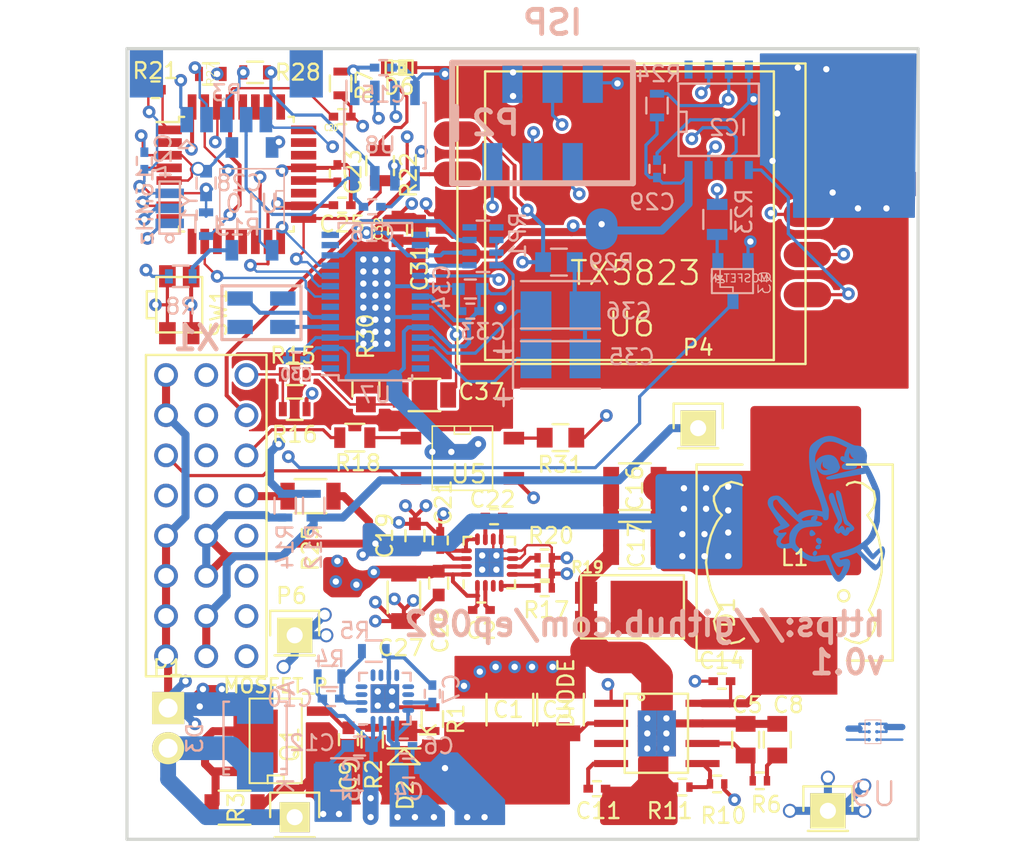
<source format=kicad_pcb>
(kicad_pcb (version 20221018) (generator pcbnew)
  (layers (0 "F.Cu" signal) (1 "In1.Cu" signal "GND") (2 "In2.Cu" signal "Signal") (31 "B.Cu" signal) (34 "B.Paste" user) (35 "F.Paste" user) (36 "B.SilkS" user "B.Silkscreen") (37 "F.SilkS" user "F.Silkscreen") (38 "B.Mask" user) (39 "F.Mask" user) (44 "Edge.Cuts" user))
  (net 0 "")
  (net 1 "/Akku+")
  (net 2 "GND")
  (net 3 "Net-(C5-Pad1)")
  (net 4 "Net-(C8-Pad1)")
  (net 5 "+5V")
  (net 6 "/RESET")
  (net 7 "/DTR")
  (net 8 "Net-(C22-Pad1)")
  (net 9 "Net-(C23-Pad1)")
  (net 10 "+3.3V")
  (net 11 "Net-(R10-Pad2)")
  (net 12 "+12V")
  (net 13 "Net-(R12-Pad2)")
  (net 14 "/VIDEO_IN_OSD")
  (net 15 "Net-(R15-Pad2)")
  (net 16 "/VIDEO_OUT_OSD")
  (net 17 "Net-(R17-Pad1)")
  (net 18 "Net-(R19-Pad1)")
  (net 19 "Net-(R20-Pad1)")
  (net 20 "/PAL")
  (net 21 "/RXI")
  (net 22 "Net-(IC1-Pad7)")
  (net 23 "Net-(IC1-Pad8)")
  (net 24 "/MOSI")
  (net 25 "/MISO")
  (net 26 "/SCK")
  (net 27 "/TXO")
  (net 28 "/VSYNC")
  (net 29 "Net-(IC2-Pad2)")
  (net 30 "Net-(IC2-Pad3)")
  (net 31 "/PWM_in")
  (net 32 "Net-(P3-Pad2)")
  (net 33 "Net-(P3-Pad3)")
  (net 34 "Net-(R18-Pad1)")
  (net 35 "Net-(D6-Pad1)")
  (net 36 "Net-(R28-Pad2)")
  (net 37 "Net-(R31-Pad2)")
  (net 38 "Net-(C35-Pad2)")
  (net 39 "Net-(IC2-Pad7)")
  (net 40 "Net-(IC2-Pad5)")
  (net 41 "Net-(C11-Pad1)")
  (net 42 "Net-(C14-Pad1)")
  (net 43 "Net-(C14-Pad2)")
  (net 44 "/SSOSD-IN")
  (net 45 "/LOS")
  (net 46 "/HSYNC")
  (net 47 "Net-(R18-Pad2)")
  (net 48 "/IR_LED+")
  (net 49 "/AUDIO_IN_TX")
  (net 50 "Net-(U4-Pad7)")
  (net 51 "Net-(SMA_E1-Pad1)")
  (net 52 "Net-(U7-Pad5)")
  (net 53 "Net-(U7-Pad6)")
  (net 54 "Net-(C35-Pad1)")
  (net 55 "Net-(C36-Pad1)")
  (net 56 "Net-(C37-Pad2)")
  (net 57 "Net-(IC1-Pad2)")
  (net 58 "Net-(IC1-Pad9)")
  (net 59 "Net-(IC1-Pad11)")
  (net 60 "Net-(IC1-Pad12)")
  (net 61 "Net-(IC1-Pad13)")
  (net 62 "Net-(IC1-Pad14)")
  (net 63 "Net-(IC1-Pad19)")
  (net 64 "Net-(IC1-Pad22)")
  (net 65 "Net-(IC1-Pad23)")
  (net 66 "Net-(IC1-Pad24)")
  (net 67 "Net-(IC1-Pad25)")
  (net 68 "Net-(IC1-Pad26)")
  (net 69 "Net-(IC1-Pad27)")
  (net 70 "Net-(IC1-Pad28)")
  (net 71 "Net-(IC2-Pad1)")
  (net 72 "Net-(Q3-PadG)")
  (net 73 "Net-(RP1-Pad1)")
  (net 74 "Net-(RP1-Pad8)")
  (net 75 "Net-(U2-Pad3)")
  (net 76 "Net-(U3-Pad3)")
  (net 77 "Net-(U4-Pad5)")
  (net 78 "Net-(U4-Pad8)")
  (net 79 "/IR_LED-")
  (net 80 "Net-(U4-Pad11)")
  (net 81 "Net-(U4-Pad15)")
  (net 82 "Net-(U4-Pad18)")
  (net 83 "Net-(U4-Pad21)")
  (net 84 "Net-(U4-Pad24)")
  (net 85 "Net-(U7-Pad1)")
  (net 86 "Net-(U7-Pad2)")
  (net 87 "/CLKOUT")
  (net 88 "Net-(U7-Pad13)")
  (net 89 "Net-(U7-Pad14)")
  (net 90 "Net-(U7-Pad15)")
  (net 91 "Net-(U7-Pad16)")
  (net 92 "Net-(C2-Pad2)")
  (net 93 "Net-(U7-Pad27)")
  (net 94 "Net-(U7-Pad28)")
  (net 95 "/Akku+_SS")
  (net 96 "/5,2V")
  (net 97 "Net-(C7-Pad1)")
  (net 98 "Net-(C9-Pad1)")
  (net 99 "Net-(C10-Pad2)")
  (net 100 "Net-(U1-Pad3)")
  (net 101 "Net-(U1-Pad4)")
  (net 102 "Net-(U1-Pad5)")
  (net 103 "Net-(U1-Pad6)")
  (net 104 "Net-(U1-Pad8)")
  (net 105 "Net-(U1-Pad9)")
  (net 106 "Net-(U1-Pad10)")
  (net 107 "Net-(U1-Pad1)")
  (net 108 "Net-(U9-PadA2)")
  (net 109 "Net-(U9-PadA1)")
  (net 110 "Net-(U9-PadC1)")
  (net 111 "Net-(U9-PadC2)")
  (net 112 "Net-(P3-Pad1)")
  (net 113 "Net-(R8-Pad2)")
  (net 114 "Net-(R27-Pad2)")
  (net 115 "Net-(C18-Pad1)")
  (net 116 "Net-(C18-Pad2)")
  (footprint "Capacitors_SMD:C_1210" (layer "F.Cu") (at 99.2 61.8 90)
    (fp_text reference "C1")
    (fp_text value "Cin")
  )
  (footprint "Capacitors_SMD:C_1210" (layer "F.Cu") (at 102.4 61.8 90)
    (fp_text reference "C3")
    (fp_text value "Cin")
  )
  (footprint "Capacitors_SMD:C_0805" (layer "F.Cu") (at 114.1 63.7 90)
    (fp_text reference "C5")
    (fp_text value "Ccomp2")
  )
  (footprint "Capacitors_SMD:C_0805" (layer "F.Cu") (at 116.1 63.7 90)
    (fp_text reference "C8")
    (fp_text value "Ccomp")
  )
  (footprint "Capacitors_SMD:C_0402" (layer "F.Cu") (at 104.7 66.8)
    (fp_text reference "C11")
    (fp_text value "10nF")
  )
  (footprint "Capacitors_SMD:C_0402" (layer "F.Cu") (at 112.6 60 180)
    (fp_text reference "C14")
    (fp_text value "Cboot")
  )
  (footprint "Capacitors_SMD:C_1210" (layer "F.Cu") (at 107.1 47.7 180)
    (fp_text reference "C16")
    (fp_text value "Cout")
  )
  (footprint "Capacitors_SMD:C_1210" (layer "F.Cu") (at 107.1 51.4 180)
    (fp_text reference "C17")
    (fp_text value "Cout")
  )
  (footprint "Capacitors_SMD:C_0603" (layer "F.Cu") (at 93.2 50.8 90)
    (fp_text reference "C19")
    (fp_text value "1uF")
  )
  (footprint "Capacitors_SMD:C_0402" (layer "F.Cu") (at 88.6 24.3)
    (fp_text reference "C20")
    (fp_text value "100nF")
  )
  (footprint "Capacitors_SMD:C_0402" (layer "F.Cu") (at 98.2 49.6)
    (fp_text reference "C22")
    (fp_text value "100nF")
  )
  (footprint "Capacitors_SMD:C_0402" (layer "F.Cu") (at 88.3 27.9 90)
    (fp_text reference "C23")
    (fp_text value "100nF")
  )
  (footprint "Capacitors_SMD:C_0402" (layer "F.Cu") (at 88.6 29.9)
    (fp_text reference "C25")
    (fp_text value "100nF")
  )
  (footprint "Capacitors_SMD:C_0603" (layer "F.Cu") (at 94.7 53.8 -90)
    (fp_text reference "C26")
    (fp_text value "1uF")
  )
  (footprint "Capacitors_SMD:C_1206" (layer "F.Cu") (at 92.5 54.7 -90)
    (fp_text reference "C27")
    (fp_text value "10uF")
  )
  (footprint "Capacitors_SMD:C_0402" (layer "F.Cu") (at 93.5 31.6 90)
    (fp_text reference "C31")
    (fp_text value "100nF")
  )
  (footprint "Capacitors_SMD:C_0603" (layer "F.Cu") (at 92.1 31.4 90)
    (fp_text reference "C32")
    (fp_text value "1uF")
  )
  (footprint "Resistors_SMD:R_0402" (layer "F.Cu") (at 115 66.3)
    (fp_text reference "R6")
    (fp_text value "Rcomp")
  )
  (footprint "Resistors_SMD:R_0402" (layer "F.Cu") (at 110.1 66.7 180)
    (fp_text reference "R11")
    (fp_text value "Rfbb")
  )
  (footprint "Resistors_SMD:R_0603" (layer "F.Cu") (at 85.6 40.6 180)
    (fp_text reference "R15")
    (fp_text value "0R")
  )
  (footprint "Resistors_SMD:R_0603" (layer "F.Cu") (at 85.6 42.8 180)
    (fp_text reference "R16")
    (fp_text value "open")
  )
  (footprint "Resistors_SMD:R_0402" (layer "F.Cu") (at 101.4 54.1)
    (fp_text reference "R17")
    (fp_text value "open")
  )
  (footprint "Resistors_SMD:R_0402" (layer "F.Cu") (at 101.4 53.2)
    (fp_text reference "R19")
    (fp_text value "open")
  )
  (footprint "Resistors_SMD:R_0402" (layer "F.Cu") (at 101.4 52.2)
    (fp_text reference "R20")
    (fp_text value "open")
  )
  (footprint "Resistors_SMD:R_1206" (layer "F.Cu") (at 86.6 48.3 180)
    (fp_text reference "R25")
    (fp_text value "100")
  )
  (footprint "Housings_QFP:TQFP-32_7x7mm_Pitch0.8mm" (layer "F.Cu") (at 81.915 27.94)
    (fp_text reference "IC1" hide)
    (fp_text value "ATMEGA328P-A")
  )
  (footprint "Resistors_SMD:R_0805" (layer "F.Cu") (at 89.4 44.6 180)
    (fp_text reference "R18")
    (fp_text value "300R")
  )
  (footprint "Resistors_SMD:R_0805" (layer "F.Cu") (at 91 27.4 90)
    (fp_text reference "R22")
    (fp_text value "330")
  )
  (footprint "Resistors_SMD:R_0603" (layer "F.Cu") (at 83.1 21.5)
    (fp_text reference "R28")
    (fp_text value "1k")
  )
  (footprint "Capacitors_SMD:C_0805" (layer "F.Cu") (at 102.4 44.6 180)
    (fp_text reference "R31")
    (fp_text value "300R")
  )
  (footprint "toni:SO-4" (layer "F.Cu") (at 96.2 45.9 -90)
    (fp_text reference "U5")
    (fp_text value "OPTO-TRANSISTOR4" hide)
  )
  (footprint "LEDs:LED-0603" (layer "F.Cu") (at 92.2 21.2)
    (fp_text reference "D6")
    (fp_text value "LED")
  )
  (footprint "Socket_Strips:Socket_Strip_Angled_1x02" (layer "F.Cu") (at 77.6 61.7 -90)
    (fp_text reference "P1")
    (fp_text value "Akku_in")
  )
  (footprint "toni:TX5823" (layer "F.Cu") (at 107.315 30.48)
    (fp_text reference "U6")
    (fp_text value "TX5823")
  )
  (footprint "toni:SO8_EP" (layer "F.Cu") (at 105.6 61.4 -90)
    (fp_text reference "U2" hide)
    (fp_text value "TPS54531" hide)
  )
  (footprint "toni:Conn_03x08" (layer "F.Cu") (at 77.47 40.64)
    (fp_text reference "U4" hide)
    (fp_text value "CONN_03X08" hide)
  )
  (footprint "toni:SMA_EDGE" (layer "F.Cu") (at 131.445 24.13)
    (fp_text reference "SMA_E1" hide)
    (fp_text value "SMA_EDGE" hide)
  )
  (footprint "toni:QFN-16-1EP_3x3mm_Pitch0.5mm" (layer "F.Cu") (at 97.9 52.5 90)
    (fp_text reference "U3" hide)
    (fp_text value "TPS7A7200RGT")
  )
  (footprint "Choke_SMD:Choke_SMD_Wuerth-WE-PD-Typ-LS_Handsoldering" (layer "F.Cu") (at 117.2 52.5 90)
    (fp_text reference "L1")
    (fp_text value "INDUCTOR")
  )
  (footprint "toni:EVQP7A" (layer "F.Cu") (at 78.105 36.195 -90)
    (fp_text reference "SW1")
    (fp_text value "SW_PUSH" hide)
  )
  (footprint "Resistors_SMD:R_0402" (layer "F.Cu") (at 112.3 66.5 180)
    (fp_text reference "R10")
    (fp_text value "Rfbt")
  )
  (footprint "Capacitors_SMD:C_0402" (layer "F.Cu") (at 97.4 55.5)
    (fp_text reference "C2")
    (fp_text value "220pF")
  )
  (footprint "toni:POWERDI5" (layer "F.Cu") (at 107.7 55.3 -90)
    (fp_text reference "D1")
    (fp_text value "DIODE")
  )
  (footprint "Capacitors_SMD:C_0805" (layer "F.Cu") (at 90.1 41.5 90)
    (fp_text reference "R30")
    (fp_text value "75")
  )
  (footprint "Capacitors_SMD:C_1206" (layer "F.Cu") (at 93.8 41.9)
    (fp_text reference "C37")
    (fp_text value "100nF/NP0")
  )
  (footprint "Capacitors_SMD:C_0603" (layer "F.Cu") (at 89 63.7 -90)
    (fp_text reference "C9")
    (fp_text value "C")
  )
  (footprint "Diodes_SMD:Diode-MiniMELF_Standard" (layer "F.Cu") (at 92.5 64.9 90)
    (fp_text reference "D2")
    (fp_text value "ZENER")
  )
  (footprint "toni:SO8_WITH_EP" (layer "F.Cu") (at 84.4 63.8 90)
    (fp_text reference "Q1")
    (fp_text value "MOSFET_P")
  )
  (footprint "Resistors_SMD:R_0603" (layer "F.Cu") (at 94.3 62.4 90)
    (fp_text reference "R1")
    (fp_text value "R")
  )
  (footprint "Resistors_SMD:R_0603" (layer "F.Cu") (at 90.5 63.7 -90)
    (fp_text reference "R2")
    (fp_text value "R")
  )
  (footprint "Resistors_SMD:R_1206" (layer "F.Cu") (at 81.8 68)
    (fp_text reference "R3")
    (fp_text value "R")
  )
  (footprint "Pin_Headers:Pin_Header_Straight_1x01" (layer "F.Cu") (at 111.1 44)
    (fp_text reference "P4")
    (fp_text value "CONN_01X01")
  )
  (footprint "Pin_Headers:Pin_Header_Straight_1x01" (layer "F.Cu") (at 85.6 68.6)
    (fp_text reference "P5" hide)
    (fp_text value "CONN_01X01")
  )
  (footprint "Pin_Headers:Pin_Header_Straight_1x01" (layer "F.Cu") (at 85.6 57.1)
    (fp_text reference "P6")
    (fp_text value "CONN_01X01")
  )
  (footprint "Pin_Headers:Pin_Header_Straight_1x01" (layer "F.Cu") (at 119.3 68.2)
    (fp_text reference "P7" hide)
    (fp_text value "CONN_01X01")
  )
  (footprint "Resistors_SMD:R_0402" (layer "F.Cu") (at 76.8 22.6)
    (fp_text reference "R21")
    (fp_text value "open")
  )
  (footprint "Resistors_SMD:R_0603" (layer "F.Cu") (at 80.3 21.6)
    (fp_text reference "R27")
    (fp_text value "1k")
  )
  (footprint "Resistors_SMD:R_0603" (layer "F.Cu") (at 88.5 22.2 90)
    (fp_text reference "R7")
    (fp_text value "10k")
  )
  (footprint "Capacitors_SMD:C_0402" (layer "F.Cu") (at 94.8 51.1 90)
    (fp_text reference "C21")
    (fp_text value "100nF")
  )
  (footprint "Capacitors_SMD:C_0402" (layer "B.Cu") (at 76.1 27.1 90)
    (fp_text reference "C24")
    (fp_text value "100nF")
  )
  (footprint "Capacitors_SMD:C_0603" (layer "B.Cu") (at 80 28.5 90)
    (fp_text reference "C28")
    (fp_text value "1uF")
  )
  (footprint "Capacitors_SMD:C_0402" (layer "B.Cu") (at 108.5 27.6 90)
    (fp_text reference "C29")
    (fp_text value "100nF")
  )
  (footprint "Capacitors_SMD:C_0402" (layer "B.Cu") (at 85.7 39.7 180)
    (fp_text reference "C30")
    (fp_text value "100nF")
  )
  (footprint "Capacitors_SMD:C_0402" (layer "B.Cu") (at 96.7 36.6 180)
    (fp_text reference "C33")
    (fp_text value "100nF")
  )
  (footprint "Capacitors_SMD:C_0603" (layer "B.Cu") (at 96.7 35.2 180)
    (fp_text reference "C34")
    (fp_text value "1uF")
  )
  (footprint "Resistors_SMD:R_0603" (layer "B.Cu") (at 86.8 48.9 90)
    (fp_text reference "R12")
    (fp_text value "open")
  )
  (footprint "Resistors_SMD:R_0603" (layer "B.Cu") (at 85 48.9 90)
    (fp_text reference "R14")
    (fp_text value "open")
  )
  (footprint "toni:micro_match3x2" (layer "B.Cu") (at 101.9 24.7)
    (fp_text reference "P2")
    (fp_text value "ISP")
  )
  (footprint "Resistors_SMD:R_0603" (layer "B.Cu") (at 80 31.1 -90)
    (fp_text reference "R13")
    (fp_text value "10k")
  )
  (footprint "Resistors_SMD:R_0805" (layer "B.Cu") (at 112.3 30.8 -90)
    (fp_text reference "R23")
    (fp_text value "10")
  )
  (footprint "Resistors_SMD:R_0603" (layer "B.Cu") (at 108.5 23.6 90)
    (fp_text reference "R24")
    (fp_text value "10k")
  )
  (footprint "Capacitors_SMD:C_0805" (layer "B.Cu") (at 102.3 33.5)
    (fp_text reference "R29")
    (fp_text value "75")
  )
  (footprint "Resistors_SMD:R_Array_Concave_4x0603" (layer "B.Cu") (at 97.5 32.5 180)
    (fp_text reference "RP1")
    (fp_text value "1k")
  )
  (footprint "toni:CerOsc_3,2x1,3" (layer "B.Cu") (at 77.7 30.1 90)
    (fp_text reference "Y1")
    (fp_text value "16MHz")
  )
  (footprint "Capacitors_Tantalum_SMD:TantalC_SizeB_EIA-3528_Reflow" (layer "B.Cu") (at 102.4 39.6)
    (fp_text reference "C35")
    (fp_text value "47uF")
  )
  (footprint "Capacitors_Tantalum_SMD:TantalC_SizeB_EIA-3528_Reflow" (layer "B.Cu") (at 102.4 36.6)
    (fp_text reference "C36")
    (fp_text value "47uF")
  )
  (footprint "SMD_Packages:SOIC-8-N" (layer "B.Cu") (at 112.4 24.5)
    (fp_text reference "IC2")
    (fp_text value "ATTINY13A-SS")
  )
  (footprint "toni:CRYSTAL_MT" (layer "B.Cu") (at 83.5 36.7 180)
    (fp_text reference "X1")
    (fp_text value "27MHz" hide)
  )
  (footprint "toni:SOT23_GDS" (layer "B.Cu") (at 113.3 34.7)
    (fp_text reference "Q3")
    (fp_text value "MOSFET_N")
  )
  (footprint "toni:TSSOP-28_4.4x9.7mm_Pitch0.65mm_EP" (layer "B.Cu") (at 90.7 36)
    (fp_text reference "U7")
    (fp_text value "MAX7456_DS")
  )
  (footprint "Resistors_SMD:R_0603" (layer "B.Cu") (at 90.6 58.1)
    (fp_text reference "R5")
    (fp_text value "30,9k")
  )
  (footprint "Resistors_SMD:R_0603" (layer "B.Cu") (at 87.8 59.7)
    (fp_text reference "R4")
    (fp_text value "280k")
  )
  (footprint "toni:QFN-16-1EP_3x3mm_Pitch0.5mm" (layer "B.Cu") (at 91.3 61.1)
    (fp_text reference "U1" hide)
    (fp_text value "TPS7A7200RGT")
  )
  (footprint "Capacitors_SMD:C_0603" (layer "B.Cu") (at 89.7 64.1 180)
    (fp_text reference "C12")
    (fp_text value "1uF")
  )
  (footprint "Capacitors_SMD:C_0402" (layer "B.Cu") (at 87.9 61.1)
    (fp_text reference "C10")
    (fp_text value "220pF")
  )
  (footprint "Capacitors_SMD:C_0402" (layer "B.Cu") (at 94.3 60.8 90)
    (fp_text reference "C7")
    (fp_text value "100nF")
  )
  (footprint "Capacitors_SMD:C_0402" (layer "B.Cu") (at 92.5 64.1)
    (fp_text reference "C6")
    (fp_text value "100nF")
  )
  (footprint "Capacitors_SMD:C_0603" (layer "B.Cu") (at 92.8 65.5)
    (fp_text reference "C4")
    (fp_text value "1uF")
  )
  (footprint "Capacitors_SMD:C_1206" (layer "B.Cu") (at 88.9 65.9 180)
    (fp_text reference "C13")
    (fp_text value "10uF")
  )
  (footprint "toni:DSBGS(6)" (layer "B.Cu") (at 121.9 62.7)
    (fp_text reference "U9")
    (fp_text value "TPS22963" hide)
  )
  (footprint "Connectors_Molex:Connector_Molex_PicoBlade_53261-0571" (layer "B.Cu") (at 81.28 21.59)
    (fp_text reference "P3")
    (fp_text value "Mavlink")
  )
  (footprint "Resistors_SMD:R_0603" (layer "B.Cu") (at 78.4 34.4)
    (fp_text reference "R8")
    (fp_text value "300R")
  )
  (footprint "Housings_SOIC:SOIC-8_3.9x4.9mm_Pitch1.27mm" (layer "B.Cu") (at 91.3 25.5 -90)
    (fp_text reference "U8")
    (fp_text value "ADuM1201AR")
  )
  (footprint "toni:SO-4" (layer "B.Cu") (at 82.9 29.5 180)
    (fp_text reference "U10")
    (fp_text value "OPTO-TRANSISTOR4" hide)
  )
  (footprint "Capacitors_SMD:C_0402" (layer "B.Cu") (at 91.2 21.2)
    (fp_text reference "C15")
    (fp_text value "100nF")
  )
  (footprint "Capacitors_SMD:C_0402" (layer "B.Cu") (at 90.5 30)
    (fp_text reference "C18")
    (fp_text value "100nF")
  )
  (footprint "toni:Kupferdickbutt" (layer "B.Cu") (at 119.2 49.1 180)
    (fp_text reference "G***" hide)
    (fp_text value "LOGO" hide)
  )
  (footprint "Diodes_SMD:Diode-SMB_Standard" (layer "B.Cu") (at 83.1 63.6 -90)
    (fp_text reference "D3")
    (fp_text value "ZENER")
  )
  (gr_line (start 75 70) (end 75 20) (stroke (width 0.2)) (layer "Edge.Cuts"))
  (gr_line (start 125 70) (end 75 70) (stroke (width 0.2)) (layer "Edge.Cuts"))
  (gr_line (start 125 20) (end 125 70) (stroke (width 0.2)) (layer "Edge.Cuts"))
  (gr_line (start 75 20) (end 125 20) (stroke (width 0.2)) (layer "Edge.Cuts"))
  (gr_text "https://github.com/ep092\nv0.1" (at 123.1 57.6) (layer "B.SilkS") (effects (font (size 1.5 1.5) (thickness 0.3)) (justify left mirror)))
  (segment (start 81.95 64.98) (end 83.13 63.8) (width 0.508) (layer "F.Cu") (net 1))
  (segment (start 79.74 64.24) (end 79.935 64.435) (width 0.508) (layer "F.Cu") (net 1))
  (segment (start 79.935 64.435) (end 81.733 64.435) (width 0.508) (layer "F.Cu") (net 1))
  (segment (start 79.74 63.86) (end 80.435 63.165) (width 0.508) (layer "F.Cu") (net 1))
  (segment (start 80.435 63.165) (end 81.733 63.165) (width 0.508) (layer "F.Cu") (net 1))
  (segment (start 79.935 65.235) (end 80.6 65.9) (width 0.508) (layer "F.Cu") (net 1))
  (segment (start 80.405 65.705) (end 81.733 65.705) (width 0.508) (layer "F.Cu") (net 1))
  (segment (start 80.6 65.9) (end 80.405 65.705) (width 0.508) (layer "F.Cu") (net 1))
  (segment (start 80.6 67.75) (end 80.35 68) (width 0.508) (layer "F.Cu") (net 1))
  (segment (start 79.74 64.24) (end 79.74 63.86) (width 0.508) (layer "F.Cu") (net 1))
  (segment (start 80.6 65.9) (end 80.6 67.75) (width 0.508) (layer "F.Cu") (net 1))
  (segment (start 79.935 64.435) (end 79.935 65.235) (width 0.508) (layer "F.Cu") (net 1))
  (segment (start 77.6 64.24) (end 79.74 64.24) (width 0.508) (layer "F.Cu") (net 1))
  (segment (start 77.6 66.2) (end 80 68.6) (width 1) (layer "B.Cu") (net 1))
  (segment (start 80 68.6) (end 85.6 68.6) (width 1) (layer "B.Cu") (net 1))
  (segment (start 81.59116 64.24) (end 83.1 65.74884) (width 1.5) (layer "B.Cu") (net 1))
  (segment (start 77.6 64.24) (end 81.59116 64.24) (width 1.5) (layer "B.Cu") (net 1))
  (segment (start 77.6 64.24) (end 77.6 66.2) (width 1) (layer "B.Cu") (net 1))
  (segment (start 119.64 22.86) (end 119.8 22.7) (width 0.508) (layer "F.Cu") (net 2))
  (segment (start 119.8 22.7) (end 122.10286 22.7) (width 0.508) (layer "F.Cu") (net 2))
  (segment (start 122.10286 22.7) (end 122.5677 22.23516) (width 0.508) (layer "F.Cu") (net 2))
  (segment (start 120.04 27.94) (end 120.65976 28.55976) (width 0.508) (layer "F.Cu") (net 2))
  (segment (start 120.65976 28.55976) (end 122.5677 28.55976) (width 0.508) (layer "F.Cu") (net 2))
  (segment (start 106.9 66.8) (end 107.886 65.814) (width 0.254) (layer "F.Cu") (net 2))
  (segment (start 107.886 65.814) (end 107.886 64.2575) (width 0.254) (layer "F.Cu") (net 2))
  (segment (start 109.0925 66.1425) (end 109.65 66.7) (width 0.254) (layer "F.Cu") (net 2))
  (segment (start 109.41 62.67) (end 109.0925 62.3525) (width 0.254) (layer "F.Cu") (net 2))
  (segment (start 114.07 62.67) (end 114.1 62.7) (width 0.254) (layer "F.Cu") (net 2))
  (segment (start 98.65 51.75) (end 98.35 52.05) (width 0.1524) (layer "F.Cu") (net 2))
  (segment (start 98.55 52.25) (end 98.35 52.05) (width 0.1524) (layer "F.Cu") (net 2))
  (segment (start 98.65 51.75) (end 98.35 52.05) (width 0.1524) (layer "F.Cu") (net 2))
  (segment (start 98.15 51.85) (end 98.35 52.05) (width 0.1524) (layer "F.Cu") (net 2))
  (segment (start 98.65 49.7) (end 98.75 49.6) (width 0.1524) (layer "F.Cu") (net 2))
  (segment (start 93.05 56.2) (end 94.7 54.55) (width 0.254) (layer "F.Cu") (net 2))
  (segment (start 94.45 50.55) (end 93.95 50.05) (width 0.254) (layer "F.Cu") (net 2))
  (segment (start 93.95 50.05) (end 93.2 50.05) (width 0.254) (layer "F.Cu") (net 2))
  (segment (start 99.95 51.75) (end 100.15 51.55) (width 0.1524) (layer "F.Cu") (net 2))
  (segment (start 100.3 51.4) (end 101.7 51.4) (width 0.1524) (layer "F.Cu") (net 2))
  (segment (start 101.7 51.4) (end 101.85 51.55) (width 0.1524) (layer "F.Cu") (net 2))
  (segment (start 101.85 51.55) (end 101.85 52.2) (width 0.1524) (layer "F.Cu") (net 2))
  (segment (start 75.9 25.5) (end 76 25.6) (width 0.1524) (layer "F.Cu") (net 2))
  (segment (start 76 25.6) (end 76 26.7) (width 0.1524) (layer "F.Cu") (net 2))
  (segment (start 76 26.7) (end 76.04 26.74) (width 0.1524) (layer "F.Cu") (net 2))
  (segment (start 76.04 26.74) (end 77.665 26.74) (width 0.1524) (layer "F.Cu") (net 2))
  (segment (start 78.86 28.34) (end 79.1 28.1) (width 0.1524) (layer "F.Cu") (net 2))
  (segment (start 79.1 28.1) (end 79.1 27.7) (width 0.1524) (layer "F.Cu") (net 2))
  (segment (start 109.0925 62.1925) (end 109.0925 62.3525) (width 0.254) (layer "F.Cu") (net 2))
  (segment (start 99.2 60) (end 98.3 59.1) (width 1) (layer "F.Cu") (net 2))
  (segment (start 101.9 59.1) (end 101.8 59.1) (width 1) (layer "F.Cu") (net 2))
  (segment (start 101.8 59.1) (end 102.4 59.1) (width 1) (layer "F.Cu") (net 2))
  (segment (start 97.6 59.1) (end 97.3 59.4) (width 1) (layer "F.Cu") (net 2))
  (segment (start 92.5 55.4) (end 91.9 54.8) (width 0.254) (layer "F.Cu") (net 2))
  (segment (start 92.6 55.4) (end 93.1 54.9) (width 0.254) (layer "F.Cu") (net 2))
  (segment (start 91.9 56.2) (end 90.7 55) (width 0.254) (layer "F.Cu") (net 2))
  (segment (start 93.2 49.5) (end 92.6 48.9) (width 0.254) (layer "F.Cu") (net 2))
  (segment (start 93.2 49.6) (end 93.9 48.9) (width 0.254) (layer "F.Cu") (net 2))
  (segment (start 94.8 49.6) (end 95 49.4) (width 0.254) (layer "F.Cu") (net 2))
  (segment (start 99.47 47.17) (end 100.7 48.4) (width 0.254) (layer "F.Cu") (net 2))
  (segment (start 100.15 51.55) (end 100.3 51.4) (width 0.1524) (layer "F.Cu") (net 2))
  (segment (start 100.15 51.95) (end 99.85 52.25) (width 0.1524) (layer "F.Cu") (net 2))
  (segment (start 99.85 52.25) (end 99.375 52.25) (width 0.1524) (layer "F.Cu") (net 2))
  (segment (start 77.555 36.2) (end 77.555 34.395) (width 0.2032) (layer "F.Cu") (net 2))
  (segment (start 118.005 22.495) (end 119.2 21.3) (width 0.2032) (layer "F.Cu") (net 2))
  (segment (start 118.005 21.805) (end 117.4 21.2) (width 0.2032) (layer "F.Cu") (net 2))
  (segment (start 116.64 27.94) (end 115.8 27.1) (width 0.2032) (layer "F.Cu") (net 2))
  (segment (start 122.5677 28.7323) (end 121.2 30.1) (width 0.2032) (layer "F.Cu") (net 2))
  (segment (start 122.5677 29.6677) (end 123 30.1) (width 0.2032) (layer "F.Cu") (net 2))
  (segment (start 95.315 31.05) (end 95.885 30.48) (width 0.508) (layer "F.Cu") (net 2))
  (segment (start 93.1 30.65) (end 93.5 31.05) (width 0.508) (layer "F.Cu") (net 2))
  (segment (start 103 59.1) (end 104.017 58.083) (width 1) (layer "F.Cu") (net 2))
  (segment (start 104.017 58.083) (end 104.017 56.251) (width 1) (layer "F.Cu") (net 2))
  (segment (start 104.017 53.583) (end 105.6 52) (width 1) (layer "F.Cu") (net 2))
  (segment (start 105.6 52) (end 105.6 51.4) (width 1) (layer "F.Cu") (net 2))
  (segment (start 104.583 58.083) (end 105 58.5) (width 2) (layer "F.Cu") (net 2))
  (segment (start 105 58.5) (end 107.3 58.5) (width 2) (layer "F.Cu") (net 2))
  (segment (start 107.3 58.5) (end 108.5 59.7) (width 2) (layer "F.Cu") (net 2))
  (segment (start 108.5 59.7) (end 108.5 61.7) (width 2) (layer "F.Cu") (net 2))
  (segment (start 108.5 61.7) (end 108.5 62.691) (width 0.508) (layer "F.Cu") (net 2))
  (segment (start 108.5 62.691) (end 107.886 63.305) (width 0.508) (layer "F.Cu") (net 2))
  (segment (start 88.11 27.54) (end 88.3 27.35) (width 0.254) (layer "F.Cu") (net 2))
  (segment (start 88.85 27.35) (end 89.15 27.65) (width 0.254) (layer "F.Cu") (net 2))
  (segment (start 89.15 27.65) (end 89.15 29.9) (width 0.254) (layer "F.Cu") (net 2))
  (segment (start 97.76 35.56) (end 98.6 36.4) (width 0.508) (layer "F.Cu") (net 2))
  (segment (start 90.1 38.829) (end 89.938 38.667) (width 0.16) (layer "F.Cu") (net 2))
  (segment (start 77.6 58.55) (end 77.47 58.42) (width 0.508) (layer "F.Cu") (net 2))
  (segment (start 79.8 60.5) (end 78.6 61.7) (width 0.508) (layer "F.Cu") (net 2))
  (segment (start 79.5 61.7) (end 79.6 61.6) (width 0.508) (layer "F.Cu") (net 2))
  (segment (start 91.85 61.65) (end 91.75 61.55) (width 0.254) (layer "F.Cu") (net 2))
  (segment (start 118.44 27.94) (end 119.6 29.1) (width 0.254) (layer "F.Cu") (net 2))
  (segment (start 117.34 22.86) (end 116.1 24.1) (width 0.254) (layer "F.Cu") (net 2))
  (segment (start 94.7 21.2) (end 95.1 21.6) (width 0.2032) (layer "F.Cu") (net 2))
  (segment (start 79.5 27.6) (end 79.1 27.6) (width 0.254) (layer "F.Cu") (net 2))
  (segment (start 79.1 27.6) (end 79.1 27.7) (width 0.254) (layer "F.Cu") (net 2))
  (segment (start 77.47 53.34) (end 77.47 50.8) (width 0.508) (layer "F.Cu") (net 2))
  (segment (start 93.2 50.05) (end 93.2 49.5) (width 0.254) (layer "F.Cu") (net 2))
  (segment (start 78.466785 26.74) (end 77.665 26.74) (width 0.1524) (layer "F.Cu") (net 2))
  (segment (start 107.886 62.3525) (end 109.0925 62.3525) (width 0.254) (layer "F.Cu") (net 2))
  (segment (start 122.5677 28.55976) (end 122.5677 28.7323) (width 0.2032) (layer "F.Cu") (net 2))
  (segment (start 104.017 54.411) (end 104.017 53.583) (width 1) (layer "F.Cu") (net 2))
  (segment (start 92.5 56.2) (end 92.5 55.4) (width 0.254) (layer "F.Cu") (net 2))
  (segment (start 92.5 56.2) (end 93.05 56.2) (width 0.1524) (layer "F.Cu") (net 2))
  (segment (start 91.462 34.095) (end 91.462 35.619) (width 0.2032) (layer "F.Cu") (net 2))
  (segment (start 99.375 51.75) (end 99.95 51.75) (width 0.1524) (layer "F.Cu") (net 2))
  (segment (start 107.886 63.305) (end 109.0925 63.305) (width 0.254) (layer "F.Cu") (net 2))
  (segment (start 118.005 22.86) (end 119.64 22.86) (width 0.508) (layer "F.Cu") (net 2))
  (segment (start 79.1 27.7) (end 79.1 27.373215) (width 0.1524) (layer "F.Cu") (net 2))
  (segment (start 77.6 61.7) (end 78.6 61.7) (width 0.508) (layer "F.Cu") (net 2))
  (segment (start 105.6 47.7) (end 105.6 51.4) (width 1) (layer "F.Cu") (net 2))
  (segment (start 122.5677 28.55976) (end 122.5677 29.6677) (width 0.2032) (layer "F.Cu") (net 2))
  (segment (start 92.1 30.65) (end 92.1 30.625) (width 0.254) (layer "F.Cu") (net 2))
  (segment (start 86.165 27.54) (end 88.11 27.54) (width 0.254) (layer "F.Cu") (net 2))
  (segment (start 118.005 22.86) (end 117.34 22.86) (width 0.254) (layer "F.Cu") (net 2))
  (segment (start 77.555 36.2) (end 76.8 36.2) (width 0.2032) (layer "F.Cu") (net 2))
  (segment (start 95.885 30.48) (end 94.131 30.48) (width 0.254) (layer "F.Cu") (net 2))
  (segment (start 90.1 40.5) (end 90.1 38.829) (width 0.16) (layer "F.Cu") (net 2))
  (segment (start 88.3 27.35) (end 88.85 27.35) (width 0.254) (layer "F.Cu") (net 2))
  (segment (start 84.97634 27.54) (end 84.800164 27.716176) (width 0.254) (layer "F.Cu") (net 2))
  (segment (start 97.6 59.1) (end 98.3 59.1) (width 1) (layer "F.Cu") (net 2))
  (segment (start 111.3785 62.67) (end 109.41 62.67) (width 0.508) (layer "F.Cu") (net 2))
  (segment (start 111.3785 62.67) (end 114.07 62.67) (width 0.508) (layer "F.Cu") (net 2))
  (segment (start 93.2 50.05) (end 92.272549 50.05) (width 0.254) (layer "F.Cu") (net 2))
  (segment (start 118.005 22.86) (end 118.005 21.805) (width 0.2032) (layer "F.Cu") (net 2))
  (segment (start 94.3 61.65) (end 91.85 61.65) (width 0.254) (layer "F.Cu") (net 2))
  (segment (start 118.005 27.94) (end 120.04 27.94) (width 0.508) (layer "F.Cu") (net 2))
  (segment (start 118.005 22.86) (end 118.005 22.495) (width 0.2032) (layer "F.Cu") (net 2))
  (segment (start 109.0925 62.3525) (end 109.0925 63.305) (width 0.254) (layer "F.Cu") (net 2))
  (segment (start 100.15 51.55) (end 100.15 51.95) (width 0.1524) (layer "F.Cu") (net 2))
  (segment (start 114.1 62.7) (end 116.1 62.7) (width 0.508) (layer "F.Cu") (net 2))
  (segment (start 92.5 55.4) (end 92.6 55.4) (width 0.254) (layer "F.Cu") (net 2))
  (segment (start 105.25 66.8) (end 106.9 66.8) (width 0.254) (layer "F.Cu") (net 2))
  (segment (start 79.1 27.373215) (end 78.466785 26.74) (width 0.1524) (layer "F.Cu") (net 2))
  (segment (start 94.8 50.55) (end 94.45 50.55) (width 0.254) (layer "F.Cu") (net 2))
  (segment (start 92.1 30.65) (end 93.1 30.65) (width 0.508) (layer "F.Cu") (net 2))
  (segment (start 99.375 51.75) (end 98.65 51.75) (width 0.1524) (layer "F.Cu") (net 2))
  (segment (start 92.925 29.8) (end 93 29.8) (width 0.254) (layer "F.Cu") (net 2))
  (segment (start 77.6 61.7) (end 77.6 58.55) (width 0.508) (layer "F.Cu") (net 2))
  (segment (start 99.4512 47.17) (end 99.47 47.17) (width 0.254) (layer "F.Cu") (net 2))
  (segment (start 77.555 37.995) (end 77.555 36.2) (width 0.2032) (layer "F.Cu") (net 2))
  (segment (start 109.0925 64.2575) (end 109.0925 66.1425) (width 0.254) (layer "F.Cu") (net 2))
  (segment (start 97.45 52.05) (end 98.35 52.05) (width 0.1524) (layer "F.Cu") (net 2))
  (segment (start 101.85 53.2) (end 102.8 53.2) (width 0.254) (layer "F.Cu") (net 2))
  (segment (start 109.0925 63.305) (end 109.0925 64.2575) (width 0.254) (layer "F.Cu") (net 2))
  (segment (start 77.47 58.42) (end 77.47 55.88) (width 0.508) (layer "F.Cu") (net 2))
  (segment (start 101.85 53.2) (end 101.85 54.1) (width 0.254) (layer "F.Cu") (net 2))
  (segment (start 93.5 31.05) (end 95.315 31.05) (width 0.508) (layer "F.Cu") (net 2))
  (segment (start 101.85 52.2) (end 101.85 53.2) (width 0.254) (layer "F.Cu") (net 2))
  (segment (start 92.272549 50.05) (end 92.182828 49.960279) (width 0.254) (layer "F.Cu") (net 2))
  (segment (start 118.005 27.94) (end 118.96 27.94) (width 0.254) (layer "F.Cu") (net 2))
  (segment (start 118.005 27.94) (end 116.64 27.94) (width 0.2032) (layer "F.Cu") (net 2))
  (segment (start 95.885 35.56) (end 97.76 35.56) (width 0.508) (layer "F.Cu") (net 2))
  (segment (start 77.47 40.64) (end 77.47 43.18) (width 0.508) (layer "F.Cu") (net 2))
  (segment (start 98.65 51.025) (end 98.65 49.7) (width 0.254) (layer "F.Cu") (net 2))
  (segment (start 118.005 27.94) (end 118.44 27.94) (width 0.254) (layer "F.Cu") (net 2))
  (segment (start 107.886 62.3525) (end 107.886 63.305) (width 0.254) (layer "F.Cu") (net 2))
  (segment (start 99.375 52.25) (end 98.55 52.25) (width 0.1524) (layer "F.Cu") (net 2))
  (segment (start 81 60.5) (end 79.8 60.5) (width 0.508) (layer "F.Cu") (net 2))
  (segment (start 101.85 52.2) (end 102.8 52.2) (width 0.254) (layer "F.Cu") (net 2))
  (segment (start 94.8 50.55) (end 94.8 49.6) (width 0.254) (layer "F.Cu") (net 2))
  (segment (start 86.165 27.54) (end 84.97634 27.54) (width 0.254) (layer "F.Cu") (net 2))
  (segment (start 99.2 60.3) (end 99.2 60) (width 1) (layer "F.Cu") (net 2))
  (segment (start 92.1 30.625) (end 92.925 29.8) (width 0.254) (layer "F.Cu") (net 2))
  (segment (start 99.2 60.3) (end 96.3 60.3) (width 1) (layer "F.Cu") (net 2))
  (segment (start 99.2 60.3) (end 102.4 60.3) (width 1) (layer "F.Cu") (net 2))
  (segment (start 98.15 51.025) (end 98.15 51.85) (width 0.1524) (layer "F.Cu") (net 2))
  (segment (start 94.131 30.48) (end 93.9 30.249) (width 0.254) (layer "F.Cu") (net 2))
  (segment (start 104.017 56.251) (end 104.017 54.411) (width 1) (layer "F.Cu") (net 2))
  (segment (start 102.4 59.1) (end 103 59.1) (width 1) (layer "F.Cu") (net 2))
  (segment (start 77.47 55.88) (end 77.47 53.34) (width 0.508) (layer "F.Cu") (net 2))
  (segment (start 93.2 50.05) (end 93.2 49.6) (width 0.254) (layer "F.Cu") (net 2))
  (segment (start 107.886 63.305) (end 107.886 64.2575) (width 0.254) (layer "F.Cu") (net 2))
  (segment (start 97.45 52.95) (end 98.35 52.95) (width 0.1524) (layer "F.Cu") (net 2))
  (segment (start 98.35 52.95) (end 98.35 52.05) (width 0.1524) (layer "F.Cu") (net 2))
  (segment (start 104.017 58.083) (end 104.583 58.083) (width 2) (layer "F.Cu") (net 2))
  (segment (start 98.65 51.025) (end 98.65 51.75) (width 0.1524) (layer "F.Cu") (net 2))
  (segment (start 92.5 56.2) (end 91.9 56.2) (width 0.254) (layer "F.Cu") (net 2))
  (segment (start 97.45 52.95) (end 97.45 52.05) (width 0.1524) (layer "F.Cu") (net 2))
  (segment (start 93.9 30.249) (end 93.9 29.8) (width 0.254) (layer "F.Cu") (net 2))
  (segment (start 107.886 64.2575) (end 109.0925 64.2575) (width 0.254) (layer "F.Cu") (net 2))
  (segment (start 100.6 59.1) (end 99.5 59.1) (width 1) (layer "F.Cu") (net 2))
  (segment (start 77.6 61.7) (end 79.5 61.7) (width 0.508) (layer "F.Cu") (net 2))
  (segment (start 92.9493 21.2) (end 94.7 21.2) (width 0.2032) (layer "F.Cu") (net 2))
  (segment (start 77.665 28.34) (end 78.86 28.34) (width 0.1524) (layer "F.Cu") (net 2))
  (segment (start 92.5 56.2) (end 90.7 56.2) (width 0.254) (layer "F.Cu") (net 2))
  (via (at 98.6 36.4) (size 0.8) (drill 0.4) (layers "F.Cu" "B.Cu") (net 2))
  (via (at 90.7 55) (size 0.8) (drill 0.4) (layers "F.Cu" "B.Cu") (net 2))
  (via (at 119.6 29.1) (size 0.8) (drill 0.4) (layers "F.Cu" "B.Cu") (net 2))
  (via (at 96.3 60.3) (size 0.8) (drill 0.4) (layers "F.Cu" "B.Cu") (net 2))
  (via (at 93.9 48.9) (size 0.8) (drill 0.4) (layers "F.Cu" "B.Cu") (net 2))
  (via (at 114.6 23.2) (size 0.8) (drill 0.4) (layers "F.Cu" "B.Cu") (net 2))
  (via (at 75.9 25.5) (size 0.8) (drill 0.4) (layers "F.Cu" "B.Cu") (net 2))
  (via (at 76.8 36.2) (size 0.8) (drill 0.4) (layers "F.Cu" "B.Cu") (net 2))
  (via (at 115.8 27.1) (size 0.8) (drill 0.4) (layers "F.Cu" "B.Cu") (net 2))
  (via (at 96.5 68.6) (size 0.8) (drill 0.4) (layers "F.Cu" "B.Cu") (net 2))
  (via (at 87.5 55.8) (size 0.889) (drill 0.635) (layers "F.Cu" "B.Cu") (net 2))
  (via (at 92.6 48.9) (size 0.8) (drill 0.4) (layers "F.Cu" "B.Cu") (net 2))
  (via (at 78.7 60) (size 0.8) (drill 0.4) (layers "F.Cu" "B.Cu") (net 2))
  (via (at 93.1 54.9) (size 0.8) (drill 0.4) (layers "F.Cu" "B.Cu") (net 2))
  (via (at 100.6 59.1) (size 0.8) (drill 0.4) (layers "F.Cu" "B.Cu") (net 2))
  (via (at 76.1 30.8) (size 0.8) (drill 0.4) (layers "F.Cu" "B.Cu") (net 2))
  (via (at 95 49.4) (size 0.8) (drill 0.4) (layers "F.Cu" "B.Cu") (net 2))
  (via (at 123 30.1) (size 0.8) (drill 0.4) (layers "F.Cu" "B.Cu") (net 2))
  (via (at 114.4 32.2) (size 0.8) (drill 0.4) (layers "F.Cu" "B.Cu") (net 2))
  (via (at 93 29.8) (size 0.8) (drill 0.4) (layers "F.Cu" "B.Cu") (net 2))
  (via (at 102.8 52.2) (size 0.8) (drill 0.4) (layers "F.Cu" "B.Cu") (net 2))
  (via (at 87.6 57.1) (size 0.889) (drill 0.635) (layers "F.Cu" "B.Cu") (net 2))
  (via (at 79.3 62.7) (size 0.8) (drill 0.4) (layers "F.Cu" "B.Cu") (net 2))
  (via (at 92.182828 49.960279) (size 0.8) (drill 0.4) (layers "F.Cu" "B.Cu") (net 2))
  (via (at 99.5 59.1) (size 0.8) (drill 0.4) (layers "F.Cu" "B.Cu") (net 2))
  (via (at 116.1 24.1) (size 0.8) (drill 0.4) (layers "F.Cu" "B.Cu") (net 2))
  (via (at 93.9 29.8) (size 0.8) (drill 0.4) (layers "F.Cu" "B.Cu") (net 2))
  (via (at 98.3 59.1) (size 0.8) (drill 0.4) (layers "F.Cu" "B.Cu") (net 2))
  (via (at 91.9 54.8) (size 0.8) (drill 0.4) (layers "F.Cu" "B.Cu") (net 2))
  (via (at 97.6 68.6) (size 0.8) (drill 0.4) (layers "F.Cu" "B.Cu") (net 2))
  (via (at 87.4 68.4) (size 0.8) (drill 0.4) (layers "F.Cu" "B.Cu") (net 2))
  (via (at 102.8 53.2) (size 0.8) (drill 0.4) (layers "F.Cu" "B.Cu") (net 2))
  (via (at 90.7 56.2) (size 0.8) (drill 0.4) (layers "F.Cu" "B.Cu") (net 2))
  (via (at 79.6 61.6) (size 0.8) (drill 0.4) (layers "F.Cu" "B.Cu") (net 2))
  (via (at 88.4 68.4) (size 0.8) (drill 0.4) (layers "F.Cu" "B.Cu") (net 2))
  (via (at 100.7 48.4) (size 0.8) (drill 0.4) (layers "F.Cu" "B.Cu") (net 2))
  (via (at 119.3 66.1) (size 0.889) (drill 0.635) (layers "F.Cu" "B.Cu") (net 2))
  (via (at 95.1 65.5) (size 0.8) (drill 0.4) (layers "F.Cu" "B.Cu") (net 2))
  (via (at 79.5 27.6) (size 0.889) (drill 0.635) (layers "F.Cu" "B.Cu") (net 2))
  (via (at 119.2 21.3) (size 0.8) (drill 0.4) (layers "F.Cu" "B.Cu") (net 2))
  (via (at 116.9 68.2) (size 0.889) (drill 0.635) (layers "F.Cu" "B.Cu") (net 2))
  (via (at 95.1 21.6) (size 0.8) (drill 0.4) (layers "F.Cu" "B.Cu") (net 2))
  (via (at 84.9 59.1) (size 0.889) (drill 0.635) (layers "F.Cu" "B.Cu") (net 2))
  (via (at 79.8 60.5) (size 0.8) (drill 0.4) (layers "F.Cu" "B.Cu") (net 2))
  (via (at 101.9 59.1) (size 0.8) (drill 0.4) (layers "F.Cu" "B.Cu") (net 2))
  (via (at 106 22.2) (size 0.8) (drill 0.4) (layers "F.Cu" "B.Cu") (net 2))
  (via (at 121.6 66.6) (size 0.889) (drill 0.635) (layers "F.Cu" "B.Cu") (net 2))
  (via (at 97.3 59.4) (size 0.8) (drill 0.4) (layers "F.Cu" "B.Cu") (net 2))
  (via (at 84.800164 27.716176) (size 0.8) (drill 0.4) (layers "F.Cu" "B.Cu") (net 2))
  (via (at 81 60.5) (size 0.8) (drill 0.4) (layers "F.Cu" "B.Cu") (net 2))
  (via (at 121.2 30.1) (size 0.8) (drill 0.4) (layers "F.Cu" "B.Cu") (net 2))
  (via (at 117.4 21.2) (size 0.8) (drill 0.4) (layers "F.Cu" "B.Cu") (net 2))
  (via (at 121.6 68.2) (size 0.889) (drill 0.635) (layers "F.Cu" "B.Cu") (net 2))
  (segment (start 108.5 26.6) (end 110.6 24.5) (width 0.2032) (layer "B.Cu") (net 2))
  (segment (start 110.6 24.5) (end 113.2 24.5) (width 0.2032) (layer "B.Cu") (net 2))
  (segment (start 113.2 24.5) (end 114.305 23.395) (width 0.2032) (layer "B.Cu") (net 2))
  (segment (start 114.305 23.395) (end 114.305 21.325) (width 0.2032) (layer "B.Cu") (net 2))
  (segment (start 77.5 50.8) (end 78.7 49.6) (width 0.508) (layer "B.Cu") (net 2))
  (segment (start 78.7 49.6) (end 78.7 44.41) (width 0.508) (layer "B.Cu") (net 2))
  (segment (start 78.7 44.41) (end 77.47 43.18) (width 0.508) (layer "B.Cu") (net 2))
  (segment (start 76.1 25.7) (end 75.9 25.5) (width 0.1524) (layer "B.Cu") (net 2))
  (segment (start 76.8 30.1) (end 76.1 30.8) (width 0.2032) (layer "B.Cu") (net 2))
  (segment (start 76.1 30.8) (end 76 30.8) (width 0.2032) (layer "B.Cu") (net 2))
  (segment (start 105.96 22.16) (end 106 22.2) (width 0.2032) (layer "B.Cu") (net 2))
  (segment (start 114.2525 32.3475) (end 114.4 32.2) (width 0.2032) (layer "B.Cu") (net 2))
  (segment (start 114.405 23.395) (end 114.6 23.2) (width 0.2032) (layer "B.Cu") (net 2))
  (segment (start 90.868 36.975) (end 90.7 37.143) (width 0.254) (layer "B.Cu") (net 2))
  (segment (start 90.868 35.025) (end 90.7 34.857) (width 0.254) (layer "B.Cu") (net 2))
  (segment (start 89.568 38.275) (end 89.938 37.905) (width 0.254) (layer "B.Cu") (net 2))
  (segment (start 90.7 33.333) (end 90.7 34.095) (width 0.254) (layer "B.Cu") (net 2))
  (segment (start 90.7 34.095) (end 91.462 34.095) (width 0.254) (layer "B.Cu") (net 2))
  (segment (start 91.462 34.095) (end 91.462 33.333) (width 0.254) (layer "B.Cu") (net 2))
  (segment (start 89.938 34.857) (end 89.938 35.619) (width 0.254) (layer "B.Cu") (net 2))
  (segment (start 89.938 35.619) (end 89.938 36.381) (width 0.254) (layer "B.Cu") (net 2))
  (segment (start 89.938 36.381) (end 89.938 37.143) (width 0.254) (layer "B.Cu") (net 2))
  (segment (start 89.938 37.143) (end 89.938 37.905) (width 0.254) (layer "B.Cu") (net 2))
  (segment (start 89.938 37.905) (end 89.938 38.667) (width 0.254) (layer "B.Cu") (net 2))
  (segment (start 89.938 38.667) (end 90.7 38.667) (width 0.254) (layer "B.Cu") (net 2))
  (segment (start 90.7 38.667) (end 90.7 37.905) (width 0.254) (layer "B.Cu") (net 2))
  (segment (start 90.7 37.905) (end 90.7 37.143) (width 0.254) (layer "B.Cu") (net 2))
  (segment (start 90.7 37.143) (end 90.7 36.381) (width 0.254) (layer "B.Cu") (net 2))
  (segment (start 90.7 36.381) (end 90.7 35.619) (width 0.254) (layer "B.Cu") (net 2))
  (segment (start 90.7 35.619) (end 90.7 34.857) (width 0.254) (layer "B.Cu") (net 2))
  (segment (start 90.7 34.857) (end 91.462 34.857) (width 0.254) (layer "B.Cu") (net 2))
  (segment (start 91.462 34.857) (end 91.462 35.619) (width 0.254) (layer "B.Cu") (net 2))
  (segment (start 91.462 35.619) (end 91.462 36.381) (width 0.254) (layer "B.Cu") (net 2))
  (segment (start 91.462 36.381) (end 91.462 37.143) (width 0.254) (layer "B.Cu") (net 2))
  (segment (start 91.462 37.143) (end 91.462 37.905) (width 0.254) (layer "B.Cu") (net 2))
  (segment (start 91.462 37.905) (end 91.462 38.667) (width 0.254) (layer "B.Cu") (net 2))
  (segment (start 86.925 38.275) (end 86.2 39) (width 0.2032) (layer "B.Cu") (net 2))
  (segment (start 86.2 39) (end 85.3 39) (width 0.2032) (layer "B.Cu") (net 2))
  (segment (start 85.3 39) (end 85.15 39.15) (width 0.2032) (layer "B.Cu") (net 2))
  (segment (start 85.15 39.15) (end 85.15 39.7) (width 0.2032) (layer "B.Cu") (net 2))
  (segment (start 95.775 35.025) (end 95.95 35.2) (width 0.1524) (layer "B.Cu") (net 2))
  (segment (start 96.15 35.4) (end 95.95 35.2) (width 0.1524) (layer "B.Cu") (net 2))
  (segment (start 95.95 36.4) (end 96.15 36.6) (width 0.2032) (layer "B.Cu") (net 2))
  (segment (start 91.35 58.35) (end 91.55 58.55) (width 0.254) (layer "B.Cu") (net 2))
  (segment (start 91.55 58.55) (end 91.55 59.625) (width 0.254) (layer "B.Cu") (net 2))
  (segment (start 91.55 60.45) (end 91.75 60.65) (width 0.254) (layer "B.Cu") (net 2))
  (segment (start 94.25 60.25) (end 92.5 58.5) (width 0.254) (layer "B.Cu") (net 2))
  (segment (start 92.5 58.5) (end 91.5 58.5) (width 0.254) (layer "B.Cu") (net 2))
  (segment (start 91.5 58.5) (end 91.35 58.1) (width 0.254) (layer "B.Cu") (net 2))
  (segment (start 87.4 65.65) (end 88.95 64.1) (width 0.254) (layer "B.Cu") (net 2))
  (segment (start 93.05 65) (end 93.55 65.5) (width 0.254) (layer "B.Cu") (net 2))
  (segment (start 77.6 61.1) (end 78.7 60) (width 0.508) (layer "B.Cu") (net 2))
  (segment (start 78.3 61.7) (end 79.3 62.7) (width 0.508) (layer "B.Cu") (net 2))
  (segment (start 95.1 67.2) (end 96.5 68.6) (width 0.254) (layer "B.Cu") (net 2))
  (segment (start 120 68.2) (end 121.6 66.6) (width 0.508) (layer "B.Cu") (net 2))
  (segment (start 86.2 57.1) (end 87.5 55.8) (width 0.508) (layer "B.Cu") (net 2))
  (segment (start 85.6 58.4) (end 84.9 59.1) (width 0.508) (layer "B.Cu") (net 2))
  (segment (start 93.7 21.6) (end 93.205 22.095) (width 0.2032) (layer "B.Cu") (net 2))
  (segment (start 93.7 21.6) (end 95.1 21.6) (width 0.2032) (layer "B.Cu") (net 2))
  (segment (start 92.5 21.2) (end 93.205 21.905) (width 0.254) (layer "B.Cu") (net 2))
  (segment (start 93.205 21.905) (end 93.205 22.8) (width 0.254) (layer "B.Cu") (net 2))
  (segment (start 79.65 27.75) (end 79.5 27.6) (width 0.254) (layer "B.Cu") (net 2))
  (segment (start 77.84884 61.45116) (end 77.6 61.7) (width 1.5) (layer "B.Cu") (net 2))
  (segment (start 91.75 21.2) (end 92.5 21.2) (width 0.254) (layer "B.Cu") (net 2))
  (segment (start 89.938 33.333) (end 89.938 34.095) (width 0.254) (layer "B.Cu") (net 2))
  (segment (start 83.1 61.45116) (end 77.84884 61.45116) (width 1.5) (layer "B.Cu") (net 2))
  (segment (start 76 30.8) (end 76.1 30.8) (width 0.2032) (layer "B.Cu") (net 2))
  (segment (start 77.7 30.1) (end 76.8 30.1) (width 0.2032) (layer "B.Cu") (net 2))
  (segment (start 80.5782 27.1468) (end 80 27.725) (width 0.2032) (layer "B.Cu") (net 2))
  (segment (start 89.938 33.333) (end 90.7 33.333) (width 0.254) (layer "B.Cu") (net 2))
  (segment (start 114.2525 33.43) (end 114.2525 32.3475) (width 0.2032) (layer "B.Cu") (net 2))
  (segment (start 104.44 22.16) (end 105.96 22.16) (width 0.2032) (layer "B.Cu") (net 2))
  (segment (start 89.938 34.095) (end 89.938 34.857) (width 0.254) (layer "B.Cu") (net 2))
  (segment (start 93.55 35.025) (end 90.868 35.025) (width 0.254) (layer "B.Cu") (net 2))
  (segment (start 91.55 59.625) (end 91.55 60.45) (width 0.254) (layer "B.Cu") (net 2))
  (segment (start 114.305 23.395) (end 114.405 23.395) (width 0.2032) (layer "B.Cu") (net 2))
  (segment (start 80 27.75) (end 79.65 27.75) (width 0.254) (layer "B.Cu") (net 2))
  (segment (start 119.3 68.2) (end 116.9 68.2) (width 0.508) (layer "B.Cu") (net 2))
  (segment (start 91.35 58.1) (end 91.35 58.35) (width 0.254) (layer "B.Cu") (net 2))
  (segment (start 76.1 26.55) (end 76.1 25.7) (width 0.1524) (layer "B.Cu") (net 2))
  (segment (start 87.85 38.275) (end 86.925 38.275) (width 0.2032) (layer "B.Cu") (net 2))
  (segment (start 77.6 61.7) (end 77.6 61.1) (width 0.508) (layer "B.Cu") (net 2))
  (segment (start 90.85 61.55) (end 91.75 61.55) (width 0.254) (layer "B.Cu") (net 2))
  (segment (start 119.3 68.2) (end 119.3 66.1) (width 0.508) (layer "B.Cu") (net 2))
  (segment (start 119.3 68.2) (end 120 68.2) (width 0.508) (layer "B.Cu") (net 2))
  (segment (start 95.1 65.5) (end 95.1 67.2) (width 0.254) (layer "B.Cu") (net 2))
  (segment (start 87.4 65.9) (end 87.4 65.65) (width 0.254) (layer "B.Cu") (net 2))
  (segment (start 95.95 35.2) (end 95.95 36.4) (width 0.2032) (layer "B.Cu") (net 2))
  (segment (start 94.3 60.25) (end 94.25 60.25) (width 0.254) (layer "B.Cu") (net 2))
  (segment (start 87.85 38.275) (end 89.568 38.275) (width 0.254) (layer "B.Cu") (net 2))
  (segment (start 90.85 60.65) (end 90.85 61.55) (width 0.254) (layer "B.Cu") (net 2))
  (segment (start 87.4 68.4) (end 87.4 65.9) (width 0.254) (layer "B.Cu") (net 2))
  (segment (start 77.47 50.8) (end 77.5 50.8) (width 0.508) (layer "B.Cu") (net 2))
  (segment (start 97.6 68.6) (end 96.5 68.6) (width 0.254) (layer "B.Cu") (net 2))
  (segment (start 80.5782 27.08096) (end 80.5782 27.1468) (width 0.2032) (layer "B.Cu") (net 2))
  (segment (start 93.55 35.025) (end 95.775 35.025) (width 0.1524) (layer "B.Cu") (net 2))
  (segment (start 80 27.75) (end 79.786232 27.536232) (width 0.254) (layer "B.Cu") (net 2))
  (segment (start 119.3 68.2) (end 121.6 68.2) (width 0.508) (layer "B.Cu") (net 2))
  (segment (start 85.6 57.1) (end 86.2 57.1) (width 0.508) (layer "B.Cu") (net 2))
  (segment (start 93.55 36.975) (end 90.868 36.975) (width 0.254) (layer "B.Cu") (net 2))
  (segment (start 91.75 61.55) (end 91.75 60.65) (width 0.254) (layer "B.Cu") (net 2))
  (segment (start 85.6 57.1) (end 85.6 58.4) (width 0.508) (layer "B.Cu") (net 2))
  (segment (start 77.6 61.7) (end 78.3 61.7) (width 0.508) (layer "B.Cu") (net 2))
  (segment (start 85.6 57.1) (end 87.6 57.1) (width 0.508) (layer "B.Cu") (net 2))
  (segment (start 95.1 65.5) (end 93.55 65.5) (width 0.254) (layer "B.Cu") (net 2))
  (segment (start 80 27.725) (end 80 27.75) (width 0.2032) (layer "B.Cu") (net 2))
  (segment (start 93.05 64.1) (end 93.05 65) (width 0.254) (layer "B.Cu") (net 2))
  (segment (start 81.63 26.2488) (end 81.41036 26.2488) (width 0.2032) (layer "B.Cu") (net 2))
  (segment (start 108.5 27.05) (end 108.5 26.6) (width 0.2032) (layer "B.Cu") (net 2))
  (segment (start 81.41036 26.2488) (end 80.5782 27.08096) (width 0.2032) (layer "B.Cu") (net 2))
  (segment (start 93.205 22.8) (end 93.205 22.095) (width 0.2032) (layer "B.Cu") (net 2))
  (segment (start 88.4 68.4) (end 87.4 68.4) (width 0.254) (layer "B.Cu") (net 2))
  (segment (start 113.34 63.94) (end 114.1 64.7) (width 0.254) (layer "F.Cu") (net 3))
  (segment (start 114.55 65.15) (end 114.1 64.7) (width 0.254) (layer "F.Cu") (net 3))
  (segment (start 111.3785 63.94) (end 113.34 63.94) (width 0.254) (layer "F.Cu") (net 3))
  (segment (start 114.55 66.3) (end 114.55 65.15) (width 0.254) (layer "F.Cu") (net 3))
  (segment (start 115.45 65.35) (end 116.1 64.7) (width 0.254) (layer "F.Cu") (net 4))
  (segment (start 115.45 66.3) (end 115.45 65.35) (width 0.254) (layer "F.Cu") (net 4))
  (segment (start 75.8 28.7) (end 76.1 28.4) (width 0.1524) (layer "F.Cu") (net 5))
  (segment (start 76.1 28.4) (end 76.1 27.7) (width 0.1524) (layer "F.Cu") (net 5))
  (segment (start 76.1 27.7) (end 76.26 27.54) (width 0.1524) (layer "F.Cu") (net 5))
  (segment (start 76.26 27.54) (end 77.665 27.54) (width 0.1524) (layer "F.Cu") (net 5))
  (segment (start 76 28.7) (end 76.44 29.14) (width 0.1524) (layer "F.Cu") (net 5))
  (segment (start 76.44 29.14) (end 77.665 29.14) (width 0.1524) (layer "F.Cu") (net 5))
  (segment (start 76.35 23.95) (end 76.4 24) (width 0.1524) (layer "F.Cu") (net 5))
  (segment (start 88.01 29.94) (end 88.05 29.9) (width 0.254) (layer "F.Cu") (net 5))
  (segment (start 89.25 21.45) (end 89.3 21.4) (width 0.2032) (layer "F.Cu") (net 5))
  (segment (start 79.73298 29.14) (end 80 28.87298) (width 0.1524) (layer "F.Cu") (net 5))
  (segment (start 86.165 29.94) (end 88.01 29.94) (width 0.254) (layer "F.Cu") (net 5))
  (segment (start 76.35 22.6) (end 76.35 23.95) (width 0.1524) (layer "F.Cu") (net 5))
  (segment (start 86.165 29.94) (end 84.666984 29.94) (width 0.508) (layer "F.Cu") (net 5))
  (segment (start 84.666984 29.94) (end 84.518604 29.79162) (width 0.508) (layer "F.Cu") (net 5))
  (segment (start 75.8 28.7) (end 76 28.7) (width 0.1524) (layer "F.Cu") (net 5))
  (segment (start 88.5 21.45) (end 89.25 21.45) (width 0.2032) (layer "F.Cu") (net 5))
  (segment (start 77.665 29.14) (end 79.73298 29.14) (width 0.1524) (layer "F.Cu") (net 5))
  (via (at 95.5 45.5) (size 0.8) (drill 0.4) (layers "F.Cu" "B.Cu") (net 5))
  (via (at 99.4 23) (size 0.8) (drill 0.4) (layers "F.Cu" "B.Cu") (net 5))
  (via (at 75.8 28.7) (size 0.8) (drill 0.4) (layers "F.Cu" "B.Cu") (net 5))
  (via (at 97.2 45) (size 0.8) (drill 0.4) (layers "F.Cu" "B.Cu") (net 5))
  (via (at 90.4 68.6) (size 0.8) (drill 0.4) (layers "F.Cu" "B.Cu") (net 5))
  (via (at 84.518604 29.79162) (size 0.8) (drill 0.4) (layers "F.Cu" "B.Cu") (net 5))
  (via (at 80 28.87298) (size 0.8) (drill 0.4) (layers "F.Cu" "B.Cu") (net 5))
  (via (at 99.4 21.5) (size 0.8) (drill 0.4) (layers "F.Cu" "B.Cu") (net 5))
  (via (at 90.4 67.4) (size 0.8) (drill 0.4) (layers "F.Cu" "B.Cu") (net 5))
  (via (at 94.3 45.5) (size 0.8) (drill 0.4) (layers "F.Cu" "B.Cu") (net 5))
  (via (at 89.3 21.4) (size 0.8) (drill 0.4) (layers "F.Cu" "B.Cu") (net 5))
  (via (at 76.4 24) (size 0.8) (drill 0.4) (layers "F.Cu" "B.Cu") (net 5))
  (segment (start 76.1 28.4) (end 75.8 28.7) (width 0.1524) (layer "B.Cu") (net 5))
  (segment (start 76.4 24) (end 76.9 24.5) (width 0.1524) (layer "B.Cu") (net 5))
  (segment (start 76.9 24.5) (end 76.9 27.2) (width 0.1524) (layer "B.Cu") (net 5))
  (segment (start 76.9 27.2) (end 76.45 27.65) (width 0.1524) (layer "B.Cu") (net 5))
  (segment (start 76.45 27.65) (end 76.1 27.65) (width 0.1524) (layer "B.Cu") (net 5))
  (segment (start 80 30.6) (end 80 30.35) (width 0.2032) (layer "B.Cu") (net 5))
  (segment (start 86.25 39.65) (end 86.975 38.925) (width 0.2032) (layer "B.Cu") (net 5))
  (segment (start 86.975 38.925) (end 87.85 38.925) (width 0.2032) (layer "B.Cu") (net 5))
  (segment (start 97.45 36.4) (end 97.25 36.6) (width 0.1524) (layer "B.Cu") (net 5))
  (segment (start 80.32702 28.87298) (end 80 28.87298) (width 0.254) (layer "B.Cu") (net 5))
  (segment (start 80 28.87298) (end 80 29.25) (width 0.254) (layer "B.Cu") (net 5))
  (segment (start 88.625 38.925) (end 89 39.3) (width 0.2032) (layer "B.Cu") (net 5))
  (segment (start 89 39.3) (end 89 40.8) (width 0.2032) (layer "B.Cu") (net 5))
  (segment (start 97.25 35.4) (end 97.45 35.2) (width 0.2032) (layer "B.Cu") (net 5))
  (segment (start 97.7 35.2) (end 98 35.5) (width 0.2032) (layer "B.Cu") (net 5))
  (segment (start 98 35.5) (end 98.9 35.5) (width 0.2032) (layer "B.Cu") (net 5))
  (segment (start 98.9 35.5) (end 99.4 35) (width 0.2032) (layer "B.Cu") (net 5))
  (segment (start 99.4 35) (end 99.4 34.3) (width 0.2032) (layer "B.Cu") (net 5))
  (segment (start 99.4 34.3) (end 98.8 33.7) (width 0.2032) (layer "B.Cu") (net 5))
  (segment (start 98.8 33.7) (end 98.35 33.7) (width 0.2032) (layer "B.Cu") (net 5))
  (segment (start 92.775 37.625) (end 92.5 37.9) (width 0.254) (layer "B.Cu") (net 5))
  (segment (start 92.5 37.9) (end 92.5 40.2) (width 0.254) (layer "B.Cu") (net 5))
  (segment (start 92.5 40.2) (end 91.9 40.8) (width 0.254) (layer "B.Cu") (net 5))
  (segment (start 91.9 40.8) (end 89 40.8) (width 0.508) (layer "B.Cu") (net 5))
  (segment (start 91.9 41.9) (end 95.5 45.5) (width 1) (layer "B.Cu") (net 5))
  (segment (start 99.4 23) (end 99.36 22.96) (width 0.508) (layer "B.Cu") (net 5))
  (segment (start 99.36 22.96) (end 99.36 22.16) (width 0.508) (layer "B.Cu") (net 5))
  (segment (start 99.4 21.5) (end 99.36 21.54) (width 0.508) (layer "B.Cu") (net 5))
  (segment (start 99.36 21.54) (end 99.36 22.16) (width 0.508) (layer "B.Cu") (net 5))
  (segment (start 90.55 64) (end 90.45 64.1) (width 0.254) (layer "B.Cu") (net 5))
  (segment (start 91.05 63.5) (end 90.45 64.1) (width 0.254) (layer "B.Cu") (net 5))
  (segment (start 87.05 60.8) (end 87.35 61.1) (width 0.254) (layer "B.Cu") (net 5))
  (segment (start 90.45 65.85) (end 90.4 65.9) (width 0.254) (layer "B.Cu") (net 5))
  (segment (start 87.35 61.25) (end 88.3 62.2) (width 0.254) (layer "B.Cu") (net 5))
  (segment (start 88.3 62.2) (end 88.75 62.2) (width 0.254) (layer "B.Cu") (net 5))
  (segment (start 88.75 62.2) (end 90.55 64) (width 0.254) (layer "B.Cu") (net 5))
  (segment (start 90.55 64) (end 90.45 64.1) (width 0.254) (layer "B.Cu") (net 5))
  (segment (start 96.7 45.5) (end 97.2 45) (width 1) (layer "B.Cu") (net 5))
  (segment (start 89.3 21.4) (end 89.395 21.495) (width 0.2032) (layer "B.Cu") (net 5))
  (segment (start 89.395 21.495) (end 89.395 22.8) (width 0.254) (layer "B.Cu") (net 5))
  (segment (start 89.5 21.2) (end 89.3 21.4) (width 0.254) (layer "B.Cu") (net 5))
  (segment (start 95.687599 37.177001) (end 96.622999 37.177001) (width 0.254) (layer "B.Cu") (net 5))
  (segment (start 90.4 65.9) (end 90.4 67.4) (width 1) (layer "B.Cu") (net 5))
  (segment (start 94.249038 37.625) (end 95.451039 38.827001) (width 0.254) (layer "B.Cu") (net 5))
  (segment (start 90.4 68.6) (end 90.4 67.4) (width 1) (layer "B.Cu") (net 5))
  (segment (start 97.25 36.6) (end 97.25 35.4) (width 0.2032) (layer "B.Cu") (net 5))
  (segment (start 96.622999 38.577001) (end 96.622999 37.177001) (width 0.254) (layer "B.Cu") (net 5))
  (segment (start 97.2 36.6) (end 97.25 36.6) (width 0.254) (layer "B.Cu") (net 5))
  (segment (start 91.05 62.575) (end 91.05 63.5) (width 0.254) (layer "B.Cu") (net 5))
  (segment (start 93.55 35.675) (end 94.185598 35.675) (width 0.254) (layer "B.Cu") (net 5))
  (segment (start 90.65 21.2) (end 89.5 21.2) (width 0.254) (layer "B.Cu") (net 5))
  (segment (start 98.35 32.9) (end 98.35 32.1) (width 0.1524) (layer "B.Cu") (net 5))
  (segment (start 97.45 35.2) (end 97.7 35.2) (width 0.2032) (layer "B.Cu") (net 5))
  (segment (start 94.185598 35.675) (end 95.687599 37.177001) (width 0.254) (layer "B.Cu") (net 5))
  (segment (start 87.35 61.1) (end 87.35 61.25) (width 0.254) (layer "B.Cu") (net 5))
  (segment (start 93.55 37.625) (end 94.249038 37.625) (width 0.254) (layer "B.Cu") (net 5))
  (segment (start 90.55 62.575) (end 90.55 64) (width 0.254) (layer "B.Cu") (net 5))
  (segment (start 95.451039 38.827001) (end 96.372999 38.827001) (width 0.254) (layer "B.Cu") (net 5))
  (segment (start 95.5 45.5) (end 94.3 45.5) (width 1) (layer "B.Cu") (net 5))
  (segment (start 95.5 45.5) (end 96.7 45.5) (width 1) (layer "B.Cu") (net 5))
  (segment (start 76.1 27.65) (end 76.1 28.4) (width 0.1524) (layer "B.Cu") (net 5))
  (segment (start 87.05 59.7) (end 87.05 60.8) (width 0.254) (layer "B.Cu") (net 5))
  (segment (start 87.85 38.925) (end 88.625 38.925) (width 0.2032) (layer "B.Cu") (net 5))
  (segment (start 86.25 39.7) (end 86.25 39.65) (width 0.2032) (layer "B.Cu") (net 5))
  (segment (start 96.622999 37.177001) (end 97.2 36.6) (width 0.254) (layer "B.Cu") (net 5))
  (segment (start 96.372999 38.827001) (end 96.622999 38.577001) (width 0.254) (layer "B.Cu") (net 5))
  (segment (start 91.9 40.8) (end 91.9 41.9) (width 1) (layer "B.Cu") (net 5))
  (segment (start 93.55 37.625) (end 92.775 37.625) (width 0.254) (layer "B.Cu") (net 5))
  (segment (start 90.45 64.1) (end 90.45 65.85) (width 0.254) (layer "B.Cu") (net 5))
  (segment (start 80 30.35) (end 80 28.87298) (width 0.1524) (layer "B.Cu") (net 5))
  (segment (start 98.35 32.9) (end 98.35 33.7) (width 0.1524) (layer "B.Cu") (net 5))
  (segment (start 79.055 36.2) (end 79.055 37.995) (width 0.2032) (layer "F.Cu") (net 6))
  (segment (start 88 24.3) (end 86.2 22.5) (width 0.1524) (layer "F.Cu") (net 6))
  (segment (start 86.2 22.5) (end 81.7 22.5) (width 0.1524) (layer "F.Cu") (net 6))
  (segment (start 81.7 22.5) (end 81.515 22.685) (width 0.1524) (layer "F.Cu") (net 6))
  (segment (start 81.515 22.685) (end 81.515 23.69) (width 0.1524) (layer "F.Cu") (net 6))
  (segment (start 88.05 24.3) (end 88 24.3) (width 0.1524) (layer "F.Cu") (net 6))
  (segment (start 81.515 23.69) (end 81.515 26.770989) (width 0.254) (layer "F.Cu") (net 6))
  (segment (start 81.899999 30.100001) (end 81.5 30.5) (width 0.254) (layer "F.Cu") (net 6))
  (segment (start 79.055 34.395) (end 79.055 36.2) (width 0.254) (layer "F.Cu") (net 6))
  (segment (start 82.117001 27.37299) (end 82.117001 29.882999) (width 0.254) (layer "F.Cu") (net 6))
  (segment (start 81.515 26.770989) (end 82.117001 27.37299) (width 0.254) (layer "F.Cu") (net 6))
  (segment (start 82.117001 29.882999) (end 81.899999 30.100001) (width 0.254) (layer "F.Cu") (net 6))
  (via (at 81.5 30.5) (size 0.8) (drill 0.4) (layers "F.Cu" "B.Cu") (net 6))
  (via (at 79.055 36.2) (size 0.8) (drill 0.4) (layers "F.Cu" "B.Cu") (net 6))
  (via (at 98.5 34.6) (size 0.8) (drill 0.4) (layers "F.Cu" "B.Cu") (net 6))
  (via (at 103.585734 29.183627) (size 0.8) (drill 0.4) (layers "F.Cu" "B.Cu") (net 6))
  (segment (start 98.275 34.375) (end 98.5 34.6) (width 0.2032) (layer "B.Cu") (net 6))
  (segment (start 80.2 31.85) (end 81.5 30.55) (width 0.1524) (layer "B.Cu") (net 6))
  (segment (start 81.5 30.55) (end 81.5 30.5) (width 0.1524) (layer "B.Cu") (net 6))
  (segment (start 80 31.85) (end 80.2 31.85) (width 0.1524) (layer "B.Cu") (net 6))
  (segment (start 103.17 27.24) (end 103.17 26.37) (width 0.2032) (layer "B.Cu") (net 6))
  (segment (start 93.55 34.375) (end 98.275 34.375) (width 0.2032) (layer "B.Cu") (net 6))
  (segment (start 103.17 28.767893) (end 103.185735 28.783628) (width 0.2032) (layer "B.Cu") (net 6))
  (segment (start 103.185735 28.783628) (end 103.585734 29.183627) (width 0.2032) (layer "B.Cu") (net 6))
  (segment (start 103.17 27.24) (end 103.17 28.767893) (width 0.2032) (layer "B.Cu") (net 6))
  (segment (start 88.5 23) (end 89.15 23.65) (width 0.2032) (layer "F.Cu") (net 7))
  (segment (start 89.15 23.65) (end 89.15 24.3) (width 0.2032) (layer "F.Cu") (net 7))
  (segment (start 89.3 24.3) (end 89.9 24.9) (width 0.1524) (layer "F.Cu") (net 7))
  (segment (start 88.5 22.95) (end 88.5 23) (width 0.2032) (layer "F.Cu") (net 7))
  (segment (start 89.15 24.3) (end 89.3 24.3) (width 0.1524) (layer "F.Cu") (net 7))
  (via (at 89.9 24.9) (size 0.8) (drill 0.4) (layers "F.Cu" "B.Cu") (net 7))
  (via (at 84.6 25.9) (size 0.8) (drill 0.4) (layers "F.Cu" "B.Cu") (net 7))
  (segment (start 84.2512 26.2488) (end 84.6 25.9) (width 0.1524) (layer "B.Cu") (net 7))
  (segment (start 84.17 26.2488) (end 84.2512 26.2488) (width 0.1524) (layer "B.Cu") (net 7))
  (segment (start 97.65 49.6) (end 97.65 51.025) (width 0.254) (layer "F.Cu") (net 8))
  (segment (start 88.19 28.34) (end 88.3 28.45) (width 0.254) (layer "F.Cu") (net 9))
  (segment (start 86.165 28.34) (end 88.19 28.34) (width 0.254) (layer "F.Cu") (net 9))
  (segment (start 95 52.75) (end 94.7 53.05) (width 0.1524) (layer "F.Cu") (net 10))
  (segment (start 94.9 53.25) (end 94.7 53.05) (width 0.1524) (layer "F.Cu") (net 10))
  (segment (start 94.55 53.2) (end 94.7 53.05) (width 0.1524) (layer "F.Cu") (net 10))
  (segment (start 97.15 55.2) (end 96.85 55.5) (width 0.254) (layer "F.Cu") (net 10))
  (segment (start 89.1 53.2) (end 88.3 52.4) (width 0.254) (layer "F.Cu") (net 10))
  (segment (start 88.7 53.2) (end 88.2 53.7) (width 0.254) (layer "F.Cu") (net 10))
  (segment (start 89.1 53.5) (end 89.5 53.9) (width 0.254) (layer "F.Cu") (net 10))
  (segment (start 90.4 53.2) (end 89.1 53.2) (width 0.254) (layer "F.Cu") (net 10))
  (segment (start 90.5 53.2) (end 90.6 53.1) (width 0.254) (layer "F.Cu") (net 10))
  (segment (start 93.65 32.15) (end 93.5 32.15) (width 0.508) (layer "F.Cu") (net 10))
  (segment (start 95.6 53.25) (end 94.9 53.25) (width 0.254) (layer "F.Cu") (net 10))
  (segment (start 95.6 53.7) (end 96.5 54.6) (width 0.254) (layer "F.Cu") (net 10))
  (segment (start 96.5 54.6) (end 97.195998 54.6) (width 0.254) (layer "F.Cu") (net 10))
  (segment (start 97.195998 54.6) (end 97.15 54.6) (width 0.254) (layer "F.Cu") (net 10))
  (segment (start 97.15 54.6) (end 97.15 55.2) (width 0.254) (layer "F.Cu") (net 10))
  (segment (start 95.015 32.15) (end 95.885 33.02) (width 0.508) (layer "F.Cu") (net 10))
  (segment (start 98.48 33.02) (end 99.9 31.6) (width 0.508) (layer "F.Cu") (net 10))
  (segment (start 99.9 31.6) (end 103.1 31.6) (width 0.508) (layer "F.Cu") (net 10))
  (segment (start 104.5 31.6) (end 105 31.1) (width 0.508) (layer "F.Cu") (net 10))
  (segment (start 103.2 31.2) (end 103.1 31.3) (width 0.508) (layer "F.Cu") (net 10))
  (segment (start 103.1 31.3) (end 103.1 31.6) (width 0.508) (layer "F.Cu") (net 10))
  (segment (start 103.1 31.6) (end 104.5 31.6) (width 0.508) (layer "F.Cu") (net 10))
  (segment (start 90.4 53.2) (end 90.5 53.2) (width 0.254) (layer "F.Cu") (net 10))
  (segment (start 89.1 53.2) (end 88.7 53.2) (width 0.254) (layer "F.Cu") (net 10))
  (segment (start 89.1 53.2) (end 89.1 53.5) (width 0.254) (layer "F.Cu") (net 10))
  (segment (start 95.6 53.25) (end 95.6 53.7) (width 0.254) (layer "F.Cu") (net 10))
  (segment (start 92.1 32.15) (end 93.65 32.15) (width 0.508) (layer "F.Cu") (net 10))
  (segment (start 92.5 53.2) (end 94.55 53.2) (width 0.254) (layer "F.Cu") (net 10))
  (segment (start 95.885 33.02) (end 98.48 33.02) (width 0.508) (layer "F.Cu") (net 10))
  (segment (start 97.15 53.975) (end 97.15 54.6) (width 0.254) (layer "F.Cu") (net 10))
  (segment (start 96.425 52.75) (end 95 52.75) (width 0.254) (layer "F.Cu") (net 10))
  (segment (start 93.5 32.15) (end 95.015 32.15) (width 0.508) (layer "F.Cu") (net 10))
  (segment (start 92.5 53.2) (end 90.4 53.2) (width 0.254) (layer "F.Cu") (net 10))
  (segment (start 96.425 53.25) (end 95.6 53.25) (width 0.254) (layer "F.Cu") (net 10))
  (via (at 88.2 53.7) (size 0.8) (drill 0.4) (layers "F.Cu" "B.Cu") (net 10))
  (via (at 105 31.1) (size 0.8) (drill 0.4) (layers "F.Cu" "B.Cu") (net 10))
  (via (at 90.6 53.1) (size 0.8) (drill 0.4) (layers "F.Cu" "B.Cu") (net 10))
  (via (at 89.5 53.9) (size 0.8) (drill 0.4) (layers "F.Cu" "B.Cu") (net 10))
  (via (at 103.2 31.2) (size 0.8) (drill 0.4) (layers "F.Cu" "B.Cu") (net 10))
  (via (at 88.3 52.4) (size 0.8) (drill 0.4) (layers "F.Cu" "B.Cu") (net 10))
  (segment (start 110.495 28.005) (end 110 28.5) (width 0.2032) (layer "B.Cu") (net 10))
  (segment (start 110 28.5) (end 108.85 28.5) (width 0.2032) (layer "B.Cu") (net 10))
  (segment (start 108.85 28.5) (end 108.5 28.15) (width 0.2032) (layer "B.Cu") (net 10))
  (segment (start 108.5 25.4) (end 107.8 26.1) (width 0.2032) (layer "B.Cu") (net 10))
  (segment (start 107.8 26.1) (end 107.8 27.9) (width 0.2032) (layer "B.Cu") (net 10))
  (segment (start 107.8 27.9) (end 108.05 28.15) (width 0.2032) (layer "B.Cu") (net 10))
  (segment (start 108.05 28.15) (end 108.5 28.15) (width 0.2032) (layer "B.Cu") (net 10))
  (segment (start 110.495 29.805) (end 108.8 31.5) (width 0.508) (layer "B.Cu") (net 10))
  (segment (start 108.8 31.5) (end 105 31.5) (width 0.508) (layer "B.Cu") (net 10))
  (segment (start 105 31.1) (end 105 31.5) (width 2) (layer "B.Cu") (net 10))
  (segment (start 105 31.5) (end 105 31.7) (width 2) (layer "B.Cu") (net 10))
  (segment (start 105 31.7) (end 105 31.5) (width 2) (layer "B.Cu") (net 10))
  (segment (start 110.495 27.675) (end 110.495 28.005) (width 0.2032) (layer "B.Cu") (net 10))
  (segment (start 110.495 27.675) (end 110.495 29.805) (width 0.508) (layer "B.Cu") (net 10))
  (segment (start 108.5 24.35) (end 108.5 25.4) (width 0.2032) (layer "B.Cu") (net 10))
  (segment (start 111.65 66.7) (end 111.85 66.5) (width 0.254) (layer "F.Cu") (net 11))
  (segment (start 111.85 65.6815) (end 111.3785 65.21) (width 0.254) (layer "F.Cu") (net 11))
  (segment (start 110.55 66.7) (end 111.65 66.7) (width 0.254) (layer "F.Cu") (net 11))
  (segment (start 111.85 66.5) (end 111.85 65.6815) (width 0.254) (layer "F.Cu") (net 11))
  (segment (start 80.01 58.42) (end 80.01 55.88) (width 0.508) (layer "F.Cu") (net 12))
  (segment (start 86.8 50.1) (end 84.8 52.1) (width 0.508) (layer "B.Cu") (net 12))
  (segment (start 84.8 52.1) (end 81.8 52.1) (width 0.508) (layer "B.Cu") (net 12))
  (segment (start 81.8 52.1) (end 81.3 52.6) (width 0.508) (layer "B.Cu") (net 12))
  (segment (start 81.3 52.6) (end 81.3 54.59) (width 0.508) (layer "B.Cu") (net 12))
  (segment (start 81.3 54.59) (end 80.01 55.88) (width 0.508) (layer "B.Cu") (net 12))
  (segment (start 109.4 44) (end 106.1 47.3) (width 0.508) (layer "B.Cu") (net 12))
  (segment (start 106.1 47.3) (end 91 47.3) (width 0.508) (layer "B.Cu") (net 12))
  (segment (start 91 47.3) (end 88.65 49.65) (width 0.508) (layer "B.Cu") (net 12))
  (segment (start 88.65 49.65) (end 86.8 49.65) (width 0.508) (layer "B.Cu") (net 12))
  (segment (start 111.1 44) (end 109.4 44) (width 0.508) (layer "B.Cu") (net 12))
  (segment (start 86.8 49.65) (end 86.8 50.1) (width 0.508) (layer "B.Cu") (net 12))
  (via (at 84.587884 45.009217) (size 0.8) (drill 0.4) (layers "F.Cu" "B.Cu") (net 13))
  (segment (start 84.8 48.15) (end 84.042 47.392) (width 0.508) (layer "B.Cu") (net 13))
  (segment (start 84.042 47.392) (end 84.042 45.555101) (width 0.508) (layer "B.Cu") (net 13))
  (segment (start 85 48.15) (end 86.8 48.15) (width 0.508) (layer "B.Cu") (net 13))
  (segment (start 85 48.15) (end 84.8 48.15) (width 0.508) (layer "B.Cu") (net 13))
  (segment (start 84.042 45.555101) (end 84.187885 45.409216) (width 0.508) (layer "B.Cu") (net 13))
  (segment (start 84.187885 45.409216) (end 84.587884 45.009217) (width 0.508) (layer "B.Cu") (net 13))
  (segment (start 87.2 40.6) (end 89.1 42.5) (width 0.1524) (layer "F.Cu") (net 14))
  (segment (start 89.1 42.5) (end 90.1 42.5) (width 0.16) (layer "F.Cu") (net 14))
  (segment (start 92.3 42.5) (end 92.3 41.9) (width 0.1524) (layer "F.Cu") (net 14))
  (segment (start 90.1 42.5) (end 92.3 42.5) (width 0.1524) (layer "F.Cu") (net 14))
  (segment (start 86.35 40.6) (end 87.2 40.6) (width 0.1524) (layer "F.Cu") (net 14))
  (segment (start 82.59 40.6) (end 82.55 40.64) (width 0.508) (layer "F.Cu") (net 15))
  (segment (start 84.85 40.6) (end 82.59 40.6) (width 0.1524) (layer "F.Cu") (net 15))
  (segment (start 84.85 40.6) (end 84.85 42.8) (width 0.16) (layer "F.Cu") (net 15))
  (segment (start 100.3 30.2) (end 99.5 29.4) (width 0.254) (layer "F.Cu") (net 16))
  (segment (start 99.5 29.4) (end 99.5 27.4) (width 0.254) (layer "F.Cu") (net 16))
  (segment (start 99.5 27.4) (end 97.5 25.4) (width 0.16) (layer "F.Cu") (net 16))
  (segment (start 97.5 25.4) (end 95.885 25.4) (width 0.254) (layer "F.Cu") (net 16))
  (segment (start 86.35 42.15) (end 86.7 41.8) (width 0.16) (layer "F.Cu") (net 16))
  (segment (start 86.35 42.15) (end 86.35 42.8) (width 0.254) (layer "F.Cu") (net 16))
  (via (at 100.3 30.2) (size 0.8) (drill 0.4) (layers "F.Cu" "B.Cu") (net 16))
  (via (at 100 33.5) (size 0.8) (drill 0.4) (layers "F.Cu" "B.Cu") (net 16))
  (via (at 86.7 41.8) (size 0.8) (drill 0.4) (layers "F.Cu" "B.Cu") (net 16))
  (segment (start 101.3 31.2) (end 100.3 30.2) (width 0.254) (layer "B.Cu") (net 16))
  (segment (start 101.3 33.5) (end 100 33.5) (width 0.254) (layer "B.Cu") (net 16))
  (segment (start 101.3 33.5) (end 101.3 31.2) (width 0.254) (layer "B.Cu") (net 16))
  (segment (start 100.825 53.975) (end 100.95 54.1) (width 0.1524) (layer "F.Cu") (net 17))
  (segment (start 98.65 53.975) (end 100.825 53.975) (width 0.254) (layer "F.Cu") (net 17))
  (segment (start 100.9 53.25) (end 100.95 53.2) (width 0.1524) (layer "F.Cu") (net 18))
  (segment (start 99.375 53.25) (end 100.9 53.25) (width 0.254) (layer "F.Cu") (net 18))
  (segment (start 99.95 52.75) (end 100.5 52.2) (width 0.254) (layer "F.Cu") (net 19))
  (segment (start 100.5 52.2) (end 100.95 52.2) (width 0.254) (layer "F.Cu") (net 19))
  (segment (start 99.375 52.75) (end 99.95 52.75) (width 0.254) (layer "F.Cu") (net 19))
  (segment (start 77.25 24.725) (end 77.665 25.14) (width 0.1524) (layer "F.Cu") (net 20))
  (segment (start 77.25 22.6) (end 77.25 24.725) (width 0.1524) (layer "F.Cu") (net 20))
  (segment (start 80.715 25.769219) (end 80.58122 25.902999) (width 0.1524) (layer "F.Cu") (net 21))
  (segment (start 80.715 23.69) (end 80.715 25.769219) (width 0.1524) (layer "F.Cu") (net 21))
  (via (at 90.9 24.4) (size 0.8) (drill 0.4) (layers "F.Cu" "B.Cu") (net 21))
  (via (at 80.58122 25.902999) (size 0.8) (drill 0.4) (layers "F.Cu" "B.Cu") (net 21))
  (segment (start 90.665 23.535) (end 90.665 22.8) (width 0.2032) (layer "B.Cu") (net 21))
  (segment (start 90.665 22.8) (end 90.665 24.165) (width 0.1524) (layer "B.Cu") (net 21))
  (segment (start 90.665 24.165) (end 90.9 24.4) (width 0.1524) (layer "B.Cu") (net 21))
  (segment (start 76 29.7) (end 76.24 29.94) (width 0.1524) (layer "F.Cu") (net 22))
  (segment (start 76.24 29.94) (end 77.665 29.94) (width 0.1524) (layer "F.Cu") (net 22))
  (via (at 76 29.7) (size 0.8) (drill 0.4) (layers "F.Cu" "B.Cu") (net 22))
  (segment (start 76.55 29.15) (end 76 29.7) (width 0.1524) (layer "B.Cu") (net 22))
  (segment (start 77.7 29.15) (end 76.55 29.15) (width 0.1524) (layer "B.Cu") (net 22))
  (segment (start 77.56 30.74) (end 76.3 32) (width 0.2032) (layer "F.Cu") (net 23))
  (segment (start 77.665 30.74) (end 77.56 30.74) (width 0.2032) (layer "F.Cu") (net 23))
  (via (at 76.3 32) (size 0.8) (drill 0.4) (layers "F.Cu" "B.Cu") (net 23))
  (segment (start 76.3 32) (end 77.25 31.05) (width 0.2032) (layer "B.Cu") (net 23))
  (segment (start 77.25 31.05) (end 77.7 31.05) (width 0.2032) (layer "B.Cu") (net 23))
  (segment (start 83.915 33.615) (end 83.915 32.19) (width 0.2032) (layer "F.Cu") (net 24))
  (segment (start 82.8 33.7) (end 82.885 33.615) (width 0.1524) (layer "F.Cu") (net 24))
  (segment (start 82.885 33.615) (end 83.915 33.615) (width 0.1524) (layer "F.Cu") (net 24))
  (segment (start 83.915 30.211586) (end 83.413998 29.710584) (width 0.2032) (layer "F.Cu") (net 24))
  (segment (start 83.915 32.19) (end 83.915 30.211586) (width 0.2032) (layer "F.Cu") (net 24))
  (segment (start 83.413998 28.674065) (end 83.413998 28.10838) (width 0.2032) (layer "F.Cu") (net 24))
  (segment (start 83.413998 29.710584) (end 83.413998 28.674065) (width 0.2032) (layer "F.Cu") (net 24))
  (via (at 82.8 33.7) (size 0.8) (drill 0.4) (layers "F.Cu" "B.Cu") (net 24))
  (via (at 83.413998 28.10838) (size 0.8) (drill 0.4) (layers "F.Cu" "B.Cu") (net 24))
  (via (at 102.5 24.8) (size 0.8) (drill 0.4) (layers "F.Cu" "B.Cu") (net 24))
  (segment (start 87.125 35.025) (end 86.7 34.6) (width 0.1524) (layer "B.Cu") (net 24))
  (segment (start 86.7 34.6) (end 86.7 34.4) (width 0.1524) (layer "B.Cu") (net 24))
  (segment (start 86.7 34.4) (end 86.4 34.1) (width 0.1524) (layer "B.Cu") (net 24))
  (segment (start 86.4 34.1) (end 83.2 34.1) (width 0.1524) (layer "B.Cu") (net 24))
  (segment (start 83.2 34.1) (end 82.8 33.7) (width 0.1524) (layer "B.Cu") (net 24))
  (segment (start 102.100001 24.400001) (end 102.5 24.8) (width 0.2032) (layer "B.Cu") (net 24))
  (segment (start 87.85 35.025) (end 87.125 35.025) (width 0.1524) (layer "B.Cu") (net 24))
  (segment (start 101.9 22.16) (end 101.9 24.2) (width 0.2032) (layer "B.Cu") (net 24))
  (segment (start 101.9 22.16) (end 101.9 22.9) (width 0.2032) (layer "B.Cu") (net 24))
  (segment (start 101.9 24.2) (end 102.100001 24.400001) (width 0.2032) (layer "B.Cu") (net 24))
  (segment (start 84.715 32.19) (end 84.715 31.785) (width 0.2032) (layer "F.Cu") (net 25))
  (segment (start 84.806517 31.859172) (end 84.806517 31.293487) (width 0.2032) (layer "F.Cu") (net 25))
  (segment (start 84.715 32.19) (end 84.806517 32.098483) (width 0.2032) (layer "F.Cu") (net 25))
  (segment (start 84.806517 32.098483) (end 84.806517 31.859172) (width 0.2032) (layer "F.Cu") (net 25))
  (via (at 98.1 30) (size 0.8) (drill 0.4) (layers "F.Cu" "B.Cu") (net 25))
  (via (at 84.806517 31.293487) (size 0.8) (drill 0.4) (layers "F.Cu" "B.Cu") (net 25))
  (segment (start 98.09 29.99) (end 98.1 30) (width 0.2032) (layer "B.Cu") (net 25))
  (segment (start 87.1476 33.725) (end 84.806517 31.383917) (width 0.1524) (layer "B.Cu") (net 25))
  (segment (start 87.85 33.725) (end 87.1476 33.725) (width 0.1524) (layer "B.Cu") (net 25))
  (segment (start 84.806517 31.383917) (end 84.806517 31.293487) (width 0.1524) (layer "B.Cu") (net 25))
  (segment (start 98.09 27.24) (end 98.09 29.99) (width 0.2032) (layer "B.Cu") (net 25))
  (segment (start 86.165 32.835) (end 85.7 33.3) (width 0.1524) (layer "F.Cu") (net 26))
  (segment (start 89.34973 30.74) (end 87.1682 30.74) (width 0.2032) (layer "F.Cu") (net 26))
  (segment (start 92.05 28.35) (end 92.711449 27.688551) (width 0.2032) (layer "F.Cu") (net 26))
  (segment (start 91 29.08973) (end 89.34973 30.74) (width 0.2032) (layer "F.Cu") (net 26))
  (segment (start 91 28.35) (end 92.05 28.35) (width 0.2032) (layer "F.Cu") (net 26))
  (segment (start 87.1682 30.74) (end 86.165 30.74) (width 0.2032) (layer "F.Cu") (net 26))
  (segment (start 86.165 30.74) (end 86.165 32.835) (width 0.1524) (layer "F.Cu") (net 26))
  (segment (start 92.711449 27.688551) (end 92.711449 26.135501) (width 0.2032) (layer "F.Cu") (net 26))
  (segment (start 91 28.35) (end 91 29.08973) (width 0.2032) (layer "F.Cu") (net 26))
  (segment (start 92.711449 26.135501) (end 92.711449 25.569816) (width 0.2032) (layer "F.Cu") (net 26))
  (via (at 100.7 25.3) (size 0.8) (drill 0.4) (layers "F.Cu" "B.Cu") (net 26))
  (via (at 85.7 33.3) (size 0.8) (drill 0.4) (layers "F.Cu" "B.Cu") (net 26))
  (via (at 92.711449 25.569816) (size 0.8) (drill 0.4) (layers "F.Cu" "B.Cu") (net 26))
  (segment (start 100.7 25.3) (end 100.63 25.37) (width 0.2032) (layer "B.Cu") (net 26))
  (segment (start 100.63 25.37) (end 100.63 27.24) (width 0.2032) (layer "B.Cu") (net 26))
  (segment (start 85.7 33.3) (end 85.9 33.5) (width 0.1524) (layer "B.Cu") (net 26))
  (segment (start 85.9 33.5) (end 86.4 33.5) (width 0.1524) (layer "B.Cu") (net 26))
  (segment (start 86.4 33.5) (end 87.275 34.375) (width 0.1524) (layer "B.Cu") (net 26))
  (segment (start 87.275 34.375) (end 87.85 34.375) (width 0.1524) (layer "B.Cu") (net 26))
  (segment (start 100.63 27.24) (end 100.63 27.87) (width 0.2032) (layer "B.Cu") (net 26))
  (segment (start 79.915 23.69) (end 79.915 26.215) (width 0.1524) (layer "F.Cu") (net 27))
  (segment (start 81.000001 27.300001) (end 81.4 27.7) (width 0.1524) (layer "F.Cu") (net 27))
  (segment (start 79.915 26.215) (end 81.000001 27.300001) (width 0.1524) (layer "F.Cu") (net 27))
  (via (at 81.4 27.7) (size 0.8) (drill 0.4) (layers "F.Cu" "B.Cu") (net 27))
  (via (at 92 24.3) (size 0.8) (drill 0.4) (layers "F.Cu" "B.Cu") (net 27))
  (segment (start 91.935 22.8) (end 91.935 24.235) (width 0.1524) (layer "B.Cu") (net 27))
  (segment (start 91.935 24.235) (end 92 24.3) (width 0.1524) (layer "B.Cu") (net 27))
  (segment (start 79.115 26.326177) (end 79.073943 26.367234) (width 0.254) (layer "F.Cu") (net 28))
  (segment (start 79.115 23.69) (end 79.115 26.326177) (width 0.254) (layer "F.Cu") (net 28))
  (via (at 90.135919 31.635919) (size 0.8) (drill 0.4) (layers "F.Cu" "B.Cu") (net 28))
  (via (at 79.073943 26.367234) (size 0.8) (drill 0.4) (layers "F.Cu" "B.Cu") (net 28))
  (segment (start 94.825 33.075) (end 95 32.9) (width 0.254) (layer "B.Cu") (net 28))
  (segment (start 95 32.9) (end 96.65 32.9) (width 0.254) (layer "B.Cu") (net 28))
  (segment (start 90.701604 31.635919) (end 90.135919 31.635919) (width 0.254) (layer "B.Cu") (net 28))
  (segment (start 93.55 33.075) (end 92.746 33.075) (width 0.254) (layer "B.Cu") (net 28))
  (segment (start 91.306919 31.635919) (end 90.701604 31.635919) (width 0.254) (layer "B.Cu") (net 28))
  (segment (start 92.746 33.075) (end 91.306919 31.635919) (width 0.254) (layer "B.Cu") (net 28))
  (segment (start 93.55 33.075) (end 94.825 33.075) (width 0.254) (layer "B.Cu") (net 28))
  (via (at 112.3 28.9) (size 0.8) (drill 0.4) (layers "F.Cu" "B.Cu") (net 29))
  (via (at 111.3 22.8) (size 0.8) (drill 0.4) (layers "F.Cu" "B.Cu") (net 29))
  (segment (start 112.3 28.9) (end 112.3 29.85) (width 0.2032) (layer "B.Cu") (net 29))
  (segment (start 111.765 22.335) (end 111.3 22.8) (width 0.2032) (layer "B.Cu") (net 29))
  (segment (start 111.765 21.325) (end 111.765 22.335) (width 0.2032) (layer "B.Cu") (net 29))
  (segment (start 120.3 33) (end 120.28 33.02) (width 0.2032) (layer "F.Cu") (net 30))
  (segment (start 120.28 33.02) (end 118.005 33.02) (width 0.2032) (layer "F.Cu") (net 30))
  (via (at 120.3 33) (size 0.8) (drill 0.4) (layers "F.Cu" "B.Cu") (net 30))
  (via (at 113 23.2) (size 0.8) (drill 0.4) (layers "F.Cu" "B.Cu") (net 30))
  (segment (start 113.035 22.835) (end 113 22.87) (width 0.2032) (layer "B.Cu") (net 30))
  (segment (start 113 22.87) (end 113 23.2) (width 0.2032) (layer "B.Cu") (net 30))
  (segment (start 112.600001 23.599999) (end 113 23.2) (width 0.2032) (layer "B.Cu") (net 30))
  (segment (start 109.903199 23.599999) (end 112.600001 23.599999) (width 0.2032) (layer "B.Cu") (net 30))
  (segment (start 109.1532 22.85) (end 109.903199 23.599999) (width 0.2032) (layer "B.Cu") (net 30))
  (segment (start 113.035 21.325) (end 113.035 22.835) (width 0.2032) (layer "B.Cu") (net 30))
  (segment (start 108.5 22.85) (end 109.1532 22.85) (width 0.2032) (layer "B.Cu") (net 30))
  (segment (start 103.9 44.6) (end 105.3 43.2) (width 0.2032) (layer "F.Cu") (net 31))
  (segment (start 103.4 44.6) (end 103.9 44.6) (width 0.2032) (layer "F.Cu") (net 31))
  (via (at 105.3 43.2) (size 0.8) (drill 0.4) (layers "F.Cu" "B.Cu") (net 31))
  (via (at 110.7 25.7) (size 0.8) (drill 0.4) (layers "F.Cu" "B.Cu") (net 31))
  (segment (start 110.7 25.7) (end 111.4 25) (width 0.2032) (layer "B.Cu") (net 31))
  (segment (start 111.4 25) (end 112.9 25) (width 0.2032) (layer "B.Cu") (net 31))
  (segment (start 112.9 25) (end 113.5 25.6) (width 0.2032) (layer "B.Cu") (net 31))
  (segment (start 113.5 25.6) (end 113.5 26.5) (width 0.2032) (layer "B.Cu") (net 31))
  (segment (start 113.5 26.5) (end 113.035 26.965) (width 0.2032) (layer "B.Cu") (net 31))
  (segment (start 113.035 26.965) (end 113.035 27.675) (width 0.2032) (layer "B.Cu") (net 31))
  (segment (start 79.55 21.45) (end 79.3 21.2) (width 0.1524) (layer "F.Cu") (net 32))
  (segment (start 79.55 21.6) (end 79.55 21.45) (width 0.1524) (layer "F.Cu") (net 32))
  (via (at 79.3 21.2) (size 0.8) (drill 0.4) (layers "F.Cu" "B.Cu") (net 32))
  (segment (start 80.03 25.17) (end 80.03 24.49) (width 0.1524) (layer "B.Cu") (net 32))
  (segment (start 79.3 21.2) (end 79.6 21.5) (width 0.1524) (layer "B.Cu") (net 32))
  (segment (start 79.6 21.5) (end 79.6 23.1) (width 0.1524) (layer "B.Cu") (net 32))
  (segment (start 79.6 23.1) (end 80.03 23.53) (width 0.1524) (layer "B.Cu") (net 32))
  (segment (start 80.03 23.53) (end 80.03 24.49) (width 0.1524) (layer "B.Cu") (net 32))
  (segment (start 80.03 24.49) (end 80.03 24.89) (width 0.2032) (layer "B.Cu") (net 32))
  (via (at 82.35 21.5) (size 0.8) (drill 0.4) (layers "F.Cu" "B.Cu") (net 33))
  (segment (start 82.1 21.75) (end 82.35 21.5) (width 0.1524) (layer "B.Cu") (net 33))
  (segment (start 82.1 21.75) (end 82.1 22.4) (width 0.1524) (layer "B.Cu") (net 33))
  (segment (start 82.1 22.4) (end 81.28 23.22) (width 0.1524) (layer "B.Cu") (net 33))
  (segment (start 81.28 24.49) (end 81.28 23.22) (width 0.1524) (layer "B.Cu") (net 33))
  (segment (start 81.28 24.49) (end 81.28 24.09) (width 0.1524) (layer "B.Cu") (net 33))
  (segment (start 92.9188 44.6) (end 92.9488 44.63) (width 0.2032) (layer "F.Cu") (net 34))
  (segment (start 90.35 44.6) (end 92.9188 44.6) (width 0.2032) (layer "F.Cu") (net 34))
  (segment (start 91.1493 26.3007) (end 91 26.45) (width 0.2032) (layer "F.Cu") (net 35))
  (segment (start 91.905199 24.991601) (end 92.331969 24.991601) (width 0.2032) (layer "F.Cu") (net 35))
  (segment (start 91.4507 21.80198) (end 91.4507 21.2) (width 0.2032) (layer "F.Cu") (net 35))
  (segment (start 92.691601 23.042881) (end 91.4507 21.80198) (width 0.2032) (layer "F.Cu") (net 35))
  (segment (start 91 25.8968) (end 91.905199 24.991601) (width 0.2032) (layer "F.Cu") (net 35))
  (segment (start 92.331969 24.991601) (end 92.691601 24.631969) (width 0.2032) (layer "F.Cu") (net 35))
  (segment (start 92.691601 24.631969) (end 92.691601 23.042881) (width 0.2032) (layer "F.Cu") (net 35))
  (segment (start 91 26.45) (end 91 25.8968) (width 0.2032) (layer "F.Cu") (net 35))
  (segment (start 83.9 21.5) (end 83.85 21.5) (width 0.2032) (layer "F.Cu") (net 36))
  (segment (start 84.1 21.5) (end 83.85 21.5) (width 0.2032) (layer "F.Cu") (net 36))
  (via (at 84.1 21.5) (size 0.8) (drill 0.4) (layers "F.Cu" "B.Cu") (net 36))
  (segment (start 90.665 27.565) (end 87.3 24.2) (width 0.2032) (layer "B.Cu") (net 36))
  (segment (start 87.3 24.2) (end 85.5 24.2) (width 0.2032) (layer "B.Cu") (net 36))
  (segment (start 85.5 24.2) (end 84.1 22.8) (width 0.2032) (layer "B.Cu") (net 36))
  (segment (start 84.1 22.8) (end 84.1 21.5) (width 0.2032) (layer "B.Cu") (net 36))
  (segment (start 90.665 28.2) (end 90.665 27.565) (width 0.2032) (layer "B.Cu") (net 36))
  (segment (start 101.37 44.63) (end 101.4 44.6) (width 0.2032) (layer "F.Cu") (net 37))
  (segment (start 99.4512 44.63) (end 101.37 44.63) (width 0.2032) (layer "F.Cu") (net 37))
  (segment (start 103.3 36.4494) (end 103.2494 36.5) (width 0.254) (layer "B.Cu") (net 38))
  (segment (start 103.3 35.9506) (end 103.9494 36.6) (width 0.254) (layer "B.Cu") (net 38))
  (segment (start 103.3 33.5) (end 103.3 35.9506) (width 0.254) (layer "B.Cu") (net 38))
  (segment (start 103.9494 36.6) (end 103.9494 39.6) (width 0.254) (layer "B.Cu") (net 38))
  (segment (start 115.7 30.4) (end 115.78 30.48) (width 0.2032) (layer "F.Cu") (net 39))
  (segment (start 115.78 30.48) (end 118.005 30.48) (width 0.2032) (layer "F.Cu") (net 39))
  (via (at 115.7 30.4) (size 0.8) (drill 0.4) (layers "F.Cu" "B.Cu") (net 39))
  (via (at 112.2 26.2) (size 0.8) (drill 0.4) (layers "F.Cu" "B.Cu") (net 39))
  (segment (start 111.765 26.635) (end 112.2 26.2) (width 0.2032) (layer "B.Cu") (net 39))
  (segment (start 111.765 27.675) (end 111.765 26.635) (width 0.2032) (layer "B.Cu") (net 39))
  (segment (start 120.6 35.5) (end 120.54 35.56) (width 0.2032) (layer "F.Cu") (net 40))
  (segment (start 120.54 35.56) (end 118.005 35.56) (width 0.2032) (layer "F.Cu") (net 40))
  (via (at 120.6 35.5) (size 0.8) (drill 0.4) (layers "F.Cu" "B.Cu") (net 40))
  (segment (start 115.075 27.675) (end 116.8 29.4) (width 0.2032) (layer "B.Cu") (net 40))
  (segment (start 116.8 29.4) (end 116.8 31.7) (width 0.2032) (layer "B.Cu") (net 40))
  (segment (start 116.8 31.7) (end 120.6 35.5) (width 0.2032) (layer "B.Cu") (net 40))
  (segment (start 114.305 27.675) (end 115.075 27.675) (width 0.2032) (layer "B.Cu") (net 40))
  (segment (start 104.49 65.21) (end 104.15 65.55) (width 0.254) (layer "F.Cu") (net 41))
  (segment (start 104.15 65.55) (end 104.15 66.8) (width 0.254) (layer "F.Cu") (net 41))
  (segment (start 105.6 65.21) (end 104.49 65.21) (width 0.254) (layer "F.Cu") (net 41))
  (segment (start 114.20042 61.4) (end 117.2 58.40042) (width 0.508) (layer "F.Cu") (net 42))
  (segment (start 113.15 61.4) (end 113.1 61.4) (width 0.2032) (layer "F.Cu") (net 42))
  (segment (start 113.1 61.4) (end 114.20042 61.4) (width 0.508) (layer "F.Cu") (net 42))
  (segment (start 109.531 55.331) (end 111.2 57) (width 2) (layer "F.Cu") (net 42))
  (segment (start 111.2 57) (end 115.79958 57) (width 2) (layer "F.Cu") (net 42))
  (segment (start 115.79958 57) (end 117.2 58.40042) (width 2) (layer "F.Cu") (net 42))
  (segment (start 107.999 55.331) (end 109.531 55.331) (width 2) (layer "F.Cu") (net 42))
  (segment (start 111.3785 61.4) (end 113.1 61.4) (width 0.508) (layer "F.Cu") (net 42))
  (segment (start 113.15 60) (end 113.15 61.4) (width 0.2032) (layer "F.Cu") (net 42))
  (segment (start 105.4 60.2) (end 105.6 60.4) (width 0.2032) (layer "F.Cu") (net 43))
  (segment (start 105.6 60.4) (end 105.6 61.4) (width 0.2032) (layer "F.Cu") (net 43))
  (segment (start 112.05 60) (end 110.9 60) (width 0.2032) (layer "F.Cu") (net 43))
  (via (at 110.9 60) (size 0.8) (drill 0.4) (layers "F.Cu" "B.Cu") (net 43))
  (via (at 105.4 60.2) (size 0.8) (drill 0.4) (layers "F.Cu" "B.Cu") (net 43))
  (segment (start 80.7 34.4) (end 79.915 33.615) (width 0.1524) (layer "F.Cu") (net 44))
  (segment (start 79.915 33.615) (end 79.915 32.19) (width 0.1524) (layer "F.Cu") (net 44))
  (via (at 80.7 34.4) (size 0.8) (drill 0.4) (layers "F.Cu" "B.Cu") (net 44))
  (segment (start 86.875 35.675) (end 86.3 35.1) (width 0.1524) (layer "B.Cu") (net 44))
  (segment (start 86.3 35.1) (end 86.3 34.7) (width 0.1524) (layer "B.Cu") (net 44))
  (segment (start 86.3 34.7) (end 86.1 34.5) (width 0.1524) (layer "B.Cu") (net 44))
  (segment (start 86.1 34.5) (end 80.8 34.5) (width 0.1524) (layer "B.Cu") (net 44))
  (segment (start 80.8 34.5) (end 80.7 34.4) (width 0.1524) (layer "B.Cu") (net 44))
  (segment (start 87.85 35.675) (end 86.875 35.675) (width 0.1524) (layer "B.Cu") (net 44))
  (segment (start 87.85 33.075) (end 88.654 33.075) (width 0.254) (layer "B.Cu") (net 45))
  (segment (start 89.408918 31.286958) (end 89.786958 30.908918) (width 0.254) (layer "B.Cu") (net 45))
  (segment (start 89.786958 30.908918) (end 94.754918 30.908918) (width 0.254) (layer "B.Cu") (net 45))
  (segment (start 95.946 32.1) (end 96.65 32.1) (width 0.254) (layer "B.Cu") (net 45))
  (segment (start 89.408918 32.320082) (end 89.408918 31.286958) (width 0.254) (layer "B.Cu") (net 45))
  (segment (start 94.754918 30.908918) (end 95.946 32.1) (width 0.254) (layer "B.Cu") (net 45))
  (segment (start 88.654 33.075) (end 89.408918 32.320082) (width 0.254) (layer "B.Cu") (net 45))
  (segment (start 96.625 33.725) (end 96.65 33.7) (width 0.254) (layer "B.Cu") (net 46))
  (segment (start 93.55 33.725) (end 96.625 33.725) (width 0.254) (layer "B.Cu") (net 46))
  (segment (start 87.8968 44.6) (end 87.3968 44.1) (width 0.2032) (layer "F.Cu") (net 47))
  (segment (start 87.3968 44.1) (end 84.17 44.1) (width 0.2032) (layer "F.Cu") (net 47))
  (segment (start 83.299999 44.970001) (end 82.55 45.72) (width 0.2032) (layer "F.Cu") (net 47))
  (segment (start 88.45 44.6) (end 87.8968 44.6) (width 0.2032) (layer "F.Cu") (net 47))
  (segment (start 84.17 44.1) (end 83.299999 44.970001) (width 0.2032) (layer "F.Cu") (net 47))
  (segment (start 82.59 48.3) (end 82.55 48.26) (width 0.508) (layer "F.Cu") (net 48))
  (segment (start 85.15 48.3) (end 82.59 48.3) (width 0.508) (layer "F.Cu") (net 48))
  (segment (start 81.3 41.93) (end 81.3 39.395876) (width 0.254) (layer "F.Cu") (net 49))
  (segment (start 82.55 43.18) (end 81.3 41.93) (width 0.254) (layer "F.Cu") (net 49))
  (segment (start 90.47748 30.908918) (end 93.446398 27.94) (width 0.254) (layer "F.Cu") (net 49))
  (segment (start 81.3 39.395876) (end 89.786958 30.908918) (width 0.254) (layer "F.Cu") (net 49))
  (segment (start 89.786958 30.908918) (end 90.47748 30.908918) (width 0.254) (layer "F.Cu") (net 49))
  (segment (start 94.131 27.94) (end 95.885 27.94) (width 0.254) (layer "F.Cu") (net 49))
  (segment (start 93.446398 27.94) (end 94.131 27.94) (width 0.254) (layer "F.Cu") (net 49))
  (segment (start 92.17 47.17) (end 91.7 46.7) (width 0.2032) (layer "F.Cu") (net 50))
  (segment (start 91.7 46.7) (end 83.9 46.7) (width 0.2032) (layer "F.Cu") (net 50))
  (segment (start 83.9 46.7) (end 83.6 47) (width 0.2032) (layer "F.Cu") (net 50))
  (segment (start 83.6 47) (end 78.75 47) (width 0.2032) (layer "F.Cu") (net 50))
  (segment (start 78.75 47) (end 77.47 45.72) (width 0.2032) (layer "F.Cu") (net 50))
  (segment (start 92.9488 47.17) (end 92.17 47.17) (width 0.2032) (layer "F.Cu") (net 50))
  (segment (start 118.005 25.4) (end 122.301 25.4) (width 1) (layer "F.Cu") (net 51))
  (segment (start 124.587 25.4) (end 122.301 25.4) (width 0.4) (layer "F.Cu") (net 51))
  (segment (start 87.82416 37.59916) (end 87.85 37.625) (width 0.254) (layer "B.Cu") (net 52))
  (segment (start 84.84874 37.59916) (end 87.82416 37.59916) (width 0.254) (layer "B.Cu") (net 52))
  (segment (start 82.50084 35.80084) (end 83.4 36.7) (width 0.254) (layer "B.Cu") (net 53))
  (segment (start 83.4 36.7) (end 86.4 36.7) (width 0.254) (layer "B.Cu") (net 53))
  (segment (start 86.4 36.7) (end 86.675 36.975) (width 0.254) (layer "B.Cu") (net 53))
  (segment (start 86.675 36.975) (end 87.85 36.975) (width 0.254) (layer "B.Cu") (net 53))
  (segment (start 82.15126 35.80084) (end 82.50084 35.80084) (width 0.254) (layer "B.Cu") (net 53))
  (segment (start 99.67204 39.6) (end 100.8506 39.6) (width 0.2032) (layer "B.Cu") (net 54))
  (segment (start 93.55 38.925) (end 94.372668 38.925) (width 0.2032) (layer "B.Cu") (net 54))
  (segment (start 98.21916 41.05288) (end 99.67204 39.6) (width 0.2032) (layer "B.Cu") (net 54))
  (segment (start 94.372668 38.925) (end 96.500548 41.05288) (width 0.2032) (layer "B.Cu") (net 54))
  (segment (start 96.500548 41.05288) (end 98.21916 41.05288) (width 0.2032) (layer "B.Cu") (net 54))
  (segment (start 94.292892 38.275) (end 95.273503 39.255611) (width 0.2032) (layer "B.Cu") (net 55))
  (segment (start 97.016429 39.255611) (end 99.67204 36.6) (width 0.2032) (layer "B.Cu") (net 55))
  (segment (start 93.55 38.275) (end 94.292892 38.275) (width 0.2032) (layer "B.Cu") (net 55))
  (segment (start 95.273503 39.255611) (end 97.016429 39.255611) (width 0.2032) (layer "B.Cu") (net 55))
  (segment (start 99.67204 36.6) (end 100.8506 36.6) (width 0.2032) (layer "B.Cu") (net 55))
  (segment (start 100.1506 36.5) (end 100.1506 36.77432) (width 0.254) (layer "B.Cu") (net 55))
  (segment (start 95.8 41.4) (end 95.3 41.9) (width 0.16) (layer "F.Cu") (net 56))
  (segment (start 95.8 38.1) (end 95.8 41.4) (width 0.1524) (layer "F.Cu") (net 56))
  (via (at 95.8 38.1) (size 0.8) (drill 0.4) (layers "F.Cu" "B.Cu") (net 56))
  (segment (start 93.55 36.325) (end 94.26 36.325) (width 0.16) (layer "B.Cu") (net 56))
  (segment (start 94.26 36.325) (end 95.8 37.865) (width 0.16) (layer "B.Cu") (net 56))
  (segment (start 95.8 37.865) (end 95.8 38.1) (width 0.16) (layer "B.Cu") (net 56))
  (segment (start 112.3 33.3825) (end 112.3475 33.43) (width 0.2032) (layer "B.Cu") (net 72))
  (segment (start 112.3 31.75) (end 112.3 33.3825) (width 0.2032) (layer "B.Cu") (net 72))
  (via (at 85.2 45.8) (size 0.8) (drill 0.4) (layers "F.Cu" "B.Cu") (net 79))
  (segment (start 113.3 36.1) (end 107.4 42) (width 0.2032) (layer "B.Cu") (net 79))
  (segment (start 107.4 42) (end 107.4 43.7) (width 0.2032) (layer "B.Cu") (net 79))
  (segment (start 107.4 43.7) (end 104.6 46.5) (width 0.2032) (layer "B.Cu") (net 79))
  (segment (start 104.6 46.5) (end 87.9 46.5) (width 0.2032) (layer "B.Cu") (net 79))
  (segment (start 113.3 35.97) (end 113.3 36.1) (width 0.2032) (layer "B.Cu") (net 79))
  (segment (start 85.9 46.5) (end 85.2 45.8) (width 0.2032) (layer "B.Cu") (net 79))
  (segment (start 87.9 46.5) (end 85.9 46.5) (width 0.2032) (layer "B.Cu") (net 79))
  (segment (start 97.65 55.2) (end 97.95 55.5) (width 0.254) (layer "F.Cu") (net 92))
  (segment (start 97.65 53.975) (end 97.65 55.2) (width 0.254) (layer "F.Cu") (net 92))
  (segment (start 103.5 63.3) (end 104.13 62.67) (width 0.254) (layer "F.Cu") (net 95))
  (segment (start 104.13 62.67) (end 105.6 62.67) (width 0.254) (layer "F.Cu") (net 95))
  (segment (start 88.985 64.435) (end 89 64.45) (width 0.508) (layer "F.Cu") (net 95))
  (segment (start 90.5 65.8) (end 91.35006 66.65006) (width 0.508) (layer "F.Cu") (net 95))
  (segment (start 91.35006 66.65006) (end 92.5 66.65006) (width 0.508) (layer "F.Cu") (net 95))
  (segment (start 83.4 68) (end 84.6 66.8) (width 0.508) (layer "F.Cu") (net 95))
  (segment (start 84.6 66.8) (end 85.972 66.8) (width 0.508) (layer "F.Cu") (net 95))
  (segment (start 85.972 66.8) (end 87.067 65.705) (width 0.508) (layer "F.Cu") (net 95))
  (segment (start 90.5 64.45) (end 90.5 65.8) (width 0.508) (layer "F.Cu") (net 95))
  (segment (start 83.25 68) (end 83.25 67.822) (width 0.508) (layer "F.Cu") (net 95))
  (segment (start 83.25 68) (end 83.4 68) (width 0.508) (layer "F.Cu") (net 95))
  (segment (start 87.067 65.705) (end 87.067 64.435) (width 0.508) (layer "F.Cu") (net 95))
  (segment (start 87.067 64.435) (end 88.985 64.435) (width 0.508) (layer "F.Cu") (net 95))
  (segment (start 87.067 64.435) (end 87.067 63.165) (width 0.508) (layer "F.Cu") (net 95))
  (segment (start 89 64.45) (end 90.5 64.45) (width 0.508) (layer "F.Cu") (net 95))
  (segment (start 99.2 63.3) (end 102.4 63.3) (width 1) (layer "F.Cu") (net 95))
  (segment (start 102.4 63.3) (end 103.5 63.3) (width 0.254) (layer "F.Cu") (net 95))
  (segment (start 96.425 51.175) (end 96.575 51.025) (width 0.254) (layer "F.Cu") (net 96))
  (segment (start 96.575 51.025) (end 97.15 51.025) (width 0.254) (layer "F.Cu") (net 96))
  (segment (start 95.05 51.65) (end 95.65 52.25) (width 0.254) (layer "F.Cu") (net 96))
  (segment (start 95.65 52.25) (end 96.425 52.25) (width 0.254) (layer "F.Cu") (net 96))
  (segment (start 94.9 51.75) (end 94.8 51.65) (width 0.1524) (layer "F.Cu") (net 96))
  (segment (start 96.425 51.15) (end 96.425 51.175) (width 0.1524) (layer "F.Cu") (net 96))
  (segment (start 95.75 51.15) (end 95.25 51.65) (width 0.254) (layer "F.Cu") (net 96))
  (segment (start 95.25 51.65) (end 94.8 51.65) (width 0.1524) (layer "F.Cu") (net 96))
  (segment (start 94.7 51.55) (end 94.8 51.65) (width 0.1524) (layer "F.Cu") (net 96))
  (segment (start 113.4 67.5) (end 112.75 66.85) (width 0.254) (layer "F.Cu") (net 96))
  (segment (start 112.75 66.5) (end 112.75 66.85) (width 0.254) (layer "F.Cu") (net 96))
  (segment (start 116.4 46.6) (end 115.3 47.7) (width 2) (layer "F.Cu") (net 96))
  (segment (start 115.3 47.7) (end 108.6 47.7) (width 2) (layer "F.Cu") (net 96))
  (segment (start 110.1 47.7) (end 110.2 47.8) (width 0.254) (layer "F.Cu") (net 96))
  (segment (start 110.2 49.1) (end 111.6 49.1) (width 0.254) (layer "F.Cu") (net 96))
  (segment (start 111.6 47.8) (end 111.7 47.7) (width 0.254) (layer "F.Cu") (net 96))
  (segment (start 111.7 47.7) (end 113 47.7) (width 0.254) (layer "F.Cu") (net 96))
  (segment (start 113 49.2) (end 113 50.6) (width 0.254) (layer "F.Cu") (net 96))
  (segment (start 111.5 50.7) (end 110.1 50.7) (width 0.254) (layer "F.Cu") (net 96))
  (segment (start 110.1 52.1) (end 111.5 52.1) (width 0.254) (layer "F.Cu") (net 96))
  (segment (start 90.7 51.3) (end 90.95 51.55) (width 1) (layer "F.Cu") (net 96))
  (segment (start 90.95 51.55) (end 93.2 51.55) (width 1) (layer "F.Cu") (net 96))
  (segment (start 90.7 50.9) (end 90.3 50.5) (width 0.1524) (layer "F.Cu") (net 96))
  (segment (start 88.7 48.3) (end 90.3 49.9) (width 0.508) (layer "F.Cu") (net 96))
  (segment (start 90.3 49.9) (end 90.3 50.5) (width 0.508) (layer "F.Cu") (net 96))
  (segment (start 85.6 51.3) (end 84.8 52.1) (width 0.508) (layer "F.Cu") (net 96))
  (segment (start 84.8 52.1) (end 81.31 52.1) (width 0.508) (layer "F.Cu") (net 96))
  (segment (start 81.31 52.1) (end 81.305 52.095) (width 0.508) (layer "F.Cu") (net 96))
  (segment (start 81.305 52.095) (end 80.01 50.8) (width 0.508) (layer "F.Cu") (net 96))
  (segment (start 81.255 52.095) (end 80.01 53.34) (width 0.508) (layer "F.Cu") (net 96))
  (segment (start 96.425 51.75) (end 96.425 51.15) (width 0.254) (layer "F.Cu") (net 96))
  (segment (start 93.2 51.55) (end 94.7 51.55) (width 0.254) (layer "F.Cu") (net 96))
  (segment (start 96.425 51.15) (end 95.75 51.15) (width 0.254) (layer "F.Cu") (net 96))
  (segment (start 90.7 51.3) (end 90.7 50.9) (width 0.1524) (layer "F.Cu") (net 96))
  (segment (start 81.305 52.095) (end 81.255 52.095) (width 0.508) (layer "F.Cu") (net 96))
  (segment (start 108.6 51.4) (end 108.6 47.7) (width 1) (layer "F.Cu") (net 96))
  (segment (start 96.425 51.75) (end 94.9 51.75) (width 0.254) (layer "F.Cu") (net 96))
  (segment (start 108.6 47.7) (end 110.1 47.7) (width 0.254) (layer "F.Cu") (net 96))
  (segment (start 94.8 51.65) (end 95.05 51.65) (width 0.1524) (layer "F.Cu") (net 96))
  (segment (start 88.05 48.3) (end 88.7 48.3) (width 0.508) (layer "F.Cu") (net 96))
  (segment (start 90.7 51.3) (end 85.6 51.3) (width 0.508) (layer "F.Cu") (net 96))
  (segment (start 116.4 44.79958) (end 116.4 46.6) (width 2) (layer "F.Cu") (net 96))
  (via (at 111.5 50.7) (size 0.8) (drill 0.4) (layers "F.Cu" "B.Cu") (net 96))
  (via (at 110.1 50.7) (size 0.8) (drill 0.4) (layers "F.Cu" "B.Cu") (net 96))
  (via (at 111.6 47.8) (size 0.8) (drill 0.4) (layers "F.Cu" "B.Cu") (net 96))
  (via (at 90.7 51.3) (size 0.8) (drill 0.4) (layers "F.Cu" "B.Cu") (net 96))
  (via (at 94.4 68.6) (size 0.8) (drill 0.4) (layers "F.Cu" "B.Cu") (net 96))
  (via (at 110.2 47.8) (size 0.8) (drill 0.4) (layers "F.Cu" "B.Cu") (net 96))
  (via (at 92.1 68.6) (size 0.8) (drill 0.4) (layers "F.Cu" "B.Cu") (net 96))
  (via (at 113.4 67.5) (size 0.8) (drill 0.4) (layers "F.Cu" "B.Cu") (net 96))
  (via (at 89.9 52) (size 0.8) (drill 0.4) (layers "F.Cu" "B.Cu") (net 96))
  (via (at 111.6 49.1) (size 0.8) (drill 0.4) (layers "F.Cu" "B.Cu") (net 96))
  (via (at 111.5 52.1) (size 0.8) (drill 0.4) (layers "F.Cu" "B.Cu") (net 96))
  (via (at 93.2 68.6) (size 0.8) (drill 0.4) (layers "F.Cu" "B.Cu") (net 96))
  (via (at 113 50.6) (size 0.8) (drill 0.4) (layers "F.Cu" "B.Cu") (net 96))
  (via (at 113 47.7) (size 0.8) (drill 0.4) (layers "F.Cu" "B.Cu") (net 96))
  (via (at 113 49.2) (size 0.8) (drill 0.4) (layers "F.Cu" "B.Cu") (net 96))
  (via (at 113 52.1) (size 0.8) (drill 0.4) (layers "F.Cu" "B.Cu") (net 96))
  (via (at 110.2 49.1) (size 0.8) (drill 0.4) (layers "F.Cu" "B.Cu") (net 96))
  (via (at 110.1 52.1) (size 0.8) (drill 0.4) (layers "F.Cu" "B.Cu") (net 96))
  (segment (start 83.95 49.65) (end 83.8 49.5) (width 0.508) (layer "B.Cu") (net 96))
  (segment (start 83.8 49.5) (end 81.31 49.5) (width 0.508) (layer "B.Cu") (net 96))
  (segment (start 81.31 49.5) (end 80.01 50.8) (width 0.508) (layer "B.Cu") (net 96))
  (segment (start 91.55 63.7) (end 91.95 64.1) (width 0.254) (layer "B.Cu") (net 96))
  (segment (start 92.05 64) (end 91.95 64.1) (width 0.254) (layer "B.Cu") (net 96))
  (segment (start 92.775 62.725) (end 92.05 63.45) (width 0.254) (layer "B.Cu") (net 96))
  (segment (start 92.05 63.45) (end 92.05 64) (width 0.254) (layer "B.Cu") (net 96))
  (segment (start 92.05 64.2) (end 91.95 64.1) (width 0.254) (layer "B.Cu") (net 96))
  (segment (start 92.1 68.6) (end 93.2 68.6) (width 0.254) (layer "B.Cu") (net 96))
  (segment (start 92.05 68.55) (end 92.1 68.6) (width 0.254) (layer "B.Cu") (net 96))
  (segment (start 95.4 51.3) (end 96.8 49.9) (width 1) (layer "B.Cu") (net 96))
  (segment (start 96.8 49.9) (end 109.4 49.9) (width 1) (layer "B.Cu") (net 96))
  (segment (start 109.4 49.9) (end 110.2 49.1) (width 1) (layer "B.Cu") (net 96))
  (segment (start 85 49.65) (end 83.95 49.65) (width 0.508) (layer "B.Cu") (net 96))
  (segment (start 92.05 65.5) (end 92.05 64.2) (width 0.254) (layer "B.Cu") (net 96))
  (segment (start 92.05 62.575) (end 92.05 63.45) (width 0.254) (layer "B.Cu") (net 96))
  (segment (start 92.775 61.85) (end 92.775 62.725) (width 0.254) (layer "B.Cu") (net 96))
  (segment (start 92.05 67.55) (end 92.05 68.55) (width 0.254) (layer "B.Cu") (net 96))
  (segment (start 91.55 62.575) (end 91.55 63.7) (width 0.254) (layer "B.Cu") (net 96))
  (segment (start 90.7 51.3) (end 95.4 51.3) (width 1) (layer "B.Cu") (net 96))
  (segment (start 92.05 67.55) (end 92.05 65.5) (width 0.254) (layer "B.Cu") (net 96))
  (segment (start 80.01 50.8) (end 80.01 53.34) (width 0.508) (layer "B.Cu") (net 96))
  (segment (start 94.3 61.35) (end 92.775 61.35) (width 0.254) (layer "B.Cu") (net 97))
  (segment (start 87.695 61.895) (end 88.75 62.95) (width 0.254) (layer "F.Cu") (net 98))
  (segment (start 88.75 62.95) (end 89 62.95) (width 0.254) (layer "F.Cu") (net 98))
  (segment (start 92.30006 62.95) (end 92.5 63.14994) (width 0.254) (layer "F.Cu") (net 98))
  (segment (start 94.29994 63.14994) (end 94.3 63.15) (width 0.254) (layer "F.Cu") (net 98))
  (segment (start 92.5 63.14994) (end 94.29994 63.14994) (width 0.254) (layer "F.Cu") (net 98))
  (segment (start 89 62.95) (end 90.5 62.95) (width 0.254) (layer "F.Cu") (net 98))
  (segment (start 87.067 61.895) (end 87.695 61.895) (width 0.254) (layer "F.Cu") (net 98))
  (segment (start 90.5 62.95) (end 92.30006 62.95) (width 0.254) (layer "F.Cu") (net 98))
  (segment (start 88.6 61.1) (end 88.85 61.35) (width 0.254) (layer "B.Cu") (net 99))
  (segment (start 88.85 61.35) (end 89.825 61.35) (width 0.254) (layer "B.Cu") (net 99))
  (segment (start 88.55 61) (end 88.45 61.1) (width 0.254) (layer "B.Cu") (net 99))
  (segment (start 88.7 59.7) (end 89.85 58.55) (width 0.254) (layer "B.Cu") (net 99))
  (segment (start 89.85 58.55) (end 89.85 58.1) (width 0.254) (layer "B.Cu") (net 99))
  (segment (start 88.55 59.7) (end 88.7 59.7) (width 0.254) (layer "B.Cu") (net 99))
  (segment (start 88.45 61.1) (end 88.6 61.1) (width 0.254) (layer "B.Cu") (net 99))
  (segment (start 88.55 59.7) (end 88.55 61) (width 0.254) (layer "B.Cu") (net 99))
  (segment (start 121.3 62.7) (end 121.3 63) (width 0.1524) (layer "B.Cu") (net 108))
  (segment (start 121.3 63.2) (end 121.9 63.2) (width 0.1524) (layer "B.Cu") (net 108))
  (segment (start 121.3 63) (end 121.3 63.2) (width 0.1524) (layer "B.Cu") (net 108))
  (segment (start 120.5 63) (end 120.6 63) (width 0.1524) (layer "B.Cu") (net 108))
  (segment (start 120.6 63) (end 121.3 63) (width 0.4) (layer "B.Cu") (net 108))
  (segment (start 121.9 62.7) (end 121.3 62.7) (width 0.1524) (layer "B.Cu") (net 108))
  (segment (start 123 62.7) (end 123 62.9) (width 0.1524) (layer "B.Cu") (net 109))
  (segment (start 123 63.2) (end 122.4 63.2) (width 0.1524) (layer "B.Cu") (net 109))
  (segment (start 123 62.9) (end 123 63.2) (width 0.1524) (layer "B.Cu") (net 109))
  (segment (start 122.4 62.7) (end 123 62.7) (width 0.1524) (layer "B.Cu") (net 109))
  (segment (start 123 62.9) (end 124 62.9) (width 0.4) (layer "B.Cu") (net 109))
  (segment (start 122.4 63.7) (end 124 63.7) (width 0.1524) (layer "B.Cu") (net 110))
  (segment (start 121.9 63.7) (end 120.5 63.7) (width 0.1524) (layer "B.Cu") (net 111))
  (via (at 78.4 22) (size 0.8) (drill 0.4) (layers "F.Cu" "B.Cu") (net 112))
  (via (at 76.2 34) (size 0.8) (drill 0.4) (layers "F.Cu" "B.Cu") (net 112))
  (segment (start 78.78 24.08) (end 78.4 23.7) (width 0.2032) (layer "B.Cu") (net 112))
  (segment (start 78.4 23.7) (end 78.4 22) (width 0.2032) (layer "B.Cu") (net 112))
  (segment (start 76.2 34) (end 76.6 34.4) (width 0.2032) (layer "B.Cu") (net 112))
  (segment (start 76.6 34.4) (end 77.65 34.4) (width 0.2032) (layer "B.Cu") (net 112))
  (segment (start 78.78 24.49) (end 78.78 24.09) (width 0.1524) (layer "B.Cu") (net 112))
  (segment (start 78.78 24.49) (end 78.78 24.08) (width 0.2032) (layer "B.Cu") (net 112))
  (segment (start 80.2488 32.7512) (end 79.15 33.85) (width 0.254) (layer "B.Cu") (net 113))
  (segment (start 79.15 33.85) (end 79.15 34.4) (width 0.254) (layer "B.Cu") (net 113))
  (segment (start 81.63 32.7512) (end 80.2488 32.7512) (width 0.254) (layer "B.Cu") (net 113))
  (segment (start 81.05 21.6) (end 80.7 21.6) (width 0.1524) (layer "F.Cu") (net 114))
  (via (at 91.9 27.4) (size 0.8) (drill 0.4) (layers "F.Cu" "B.Cu") (net 114))
  (via (at 80.7 21.6) (size 0.8) (drill 0.4) (layers "F.Cu" "B.Cu") (net 114))
  (segment (start 91.935 27.435) (end 91.9 27.4) (width 0.1524) (layer "B.Cu") (net 114))
  (segment (start 91.935 28.2) (end 91.935 27.435) (width 0.1524) (layer "B.Cu") (net 114))
  (segment (start 83.9512 32.7512) (end 83.4 32.2) (width 0.1524) (layer "B.Cu") (net 115))
  (segment (start 83.4 32.2) (end 83.4 29.696586) (width 0.1524) (layer "B.Cu") (net 115))
  (segment (start 83.4 29.696586) (end 82.53 28.826586) (width 0.2032) (layer "B.Cu") (net 115))
  (segment (start 89.395 29.445) (end 89.95 30) (width 0.254) (layer "B.Cu") (net 115))
  (segment (start 84.186635 30.483221) (end 83.4 29.696586) (width 0.2032) (layer "B.Cu") (net 115))
  (segment (start 89.395 28.2) (end 88.8918 28.2) (width 0.2032) (layer "B.Cu") (net 115))
  (segment (start 89.395 28.2) (end 89.395 29.445) (width 0.254) (layer "B.Cu") (net 115))
  (segment (start 88.8918 28.2) (end 86.608579 30.483221) (width 0.2032) (layer "B.Cu") (net 115))
  (segment (start 82.53 25.4932) (end 82.53 24.49) (width 0.2032) (layer "B.Cu") (net 115))
  (segment (start 86.608579 30.483221) (end 84.186635 30.483221) (width 0.2032) (layer "B.Cu") (net 115))
  (segment (start 84.17 32.7512) (end 83.9512 32.7512) (width 0.1524) (layer "B.Cu") (net 115))
  (segment (start 82.53 28.826586) (end 82.53 25.4932) (width 0.2032) (layer "B.Cu") (net 115))
  (via (at 93.6 26.5) (size 0.8) (drill 0.4) (layers "F.Cu" "B.Cu") (net 116))
  (via (at 88 26.2) (size 0.8) (drill 0.4) (layers "F.Cu" "B.Cu") (net 116))
  (segment (start 93.205 26.895) (end 93.6 26.5) (width 0.1524) (layer "B.Cu") (net 116))
  (segment (start 88 26.2) (end 88 26.3) (width 0.1524) (layer "B.Cu") (net 116))
  (segment (start 88 26.3) (end 86.7 25) (width 0.1524) (layer "B.Cu") (net 116))
  (segment (start 86.7 25) (end 84.29 25) (width 0.1524) (layer "B.Cu") (net 116))
  (segment (start 84.29 25) (end 83.78 24.49) (width 0.1524) (layer "B.Cu") (net 116))
  (segment (start 91.7 30) (end 93.205 28.495) (width 0.2032) (layer "B.Cu") (net 116))
  (segment (start 93.205 28.495) (end 93.205 28.2) (width 0.2032) (layer "B.Cu") (net 116))
  (segment (start 91.05 30) (end 91.7 30) (width 0.2032) (layer "B.Cu") (net 116))
  (segment (start 93.205 28.2) (end 93.205 26.895) (width 0.1524) (layer "B.Cu") (net 116))
  (zone (net 96) (net_name "/5,2V") (layer "F.Cu") (connect_pads yes (clearance 0.6)) (min_thickness 0.5) (fill yes (thermal_gap 0.6) (thermal_bridge_width 1))
    (polygon (pts (xy 108.7 47.2) (xy 114.4 47.3) (xy 114.4 42.6) (xy 121.4 42.6) (xy 121.4 53.3) (xy 108.7 53.3)))
  )
  (zone (net 10) (net_name "+3.3V") (layer "F.Cu") (connect_pads yes (clearance 0.6)) (min_thickness 0.5) (fill yes (thermal_gap 0.6) (thermal_bridge_width 1))
    (polygon (pts (xy 88.5 51.8) (xy 89.4 52.7) (xy 94.5 52.7) (xy 94.5 53.5) (xy 90.9 53.5) (xy 89.7 54.7) (xy 87.9 54.7) (xy 87.4 54.3) (xy 87.4 52.3) (xy 87.8 51.8)))
  )
  (zone (net 2) (net_name "GND") (layer "F.Cu") (connect_pads yes (clearance 0.192)) (min_thickness 0.1) (fill yes (thermal_gap 0.6) (thermal_bridge_width 1))
    (polygon (pts (xy 124.4 41.5) (xy 99.4 41.5) (xy 99.4 44.2) (xy 81.3 44.2) (xy 81.3 39.2) (xy 86.4 39.2) (xy 86.4 30.5) (xy 93.9 30.5) (xy 93.851136 34.8) (xy 94.534313 34.8) (xy 94.4 21.1) (xy 124.4 21.1)))
  )
  (zone (net 2) (net_name "GND") (layer "F.Cu") (connect_pads yes (clearance 0.6)) (min_thickness 0.5) (fill yes (thermal_gap 0.6) (thermal_bridge_width 1))
    (polygon (pts (xy 107.3 64.7) (xy 107.3 66.3) (xy 106.9 66.7) (xy 104.9 66.7) (xy 104.9 69.1) (xy 109.8 69.1) (xy 109.8 66.5) (xy 109.4 66.5) (xy 109.1 66.2) (xy 109.1 64.7)))
  )
  (zone (net 2) (net_name "GND") (layer "F.Cu") (connect_pads yes (clearance 0.192)) (min_thickness 0.1) (fill yes (thermal_gap 0.6) (thermal_bridge_width 1))
    (polygon (pts (xy 95.7 58.4) (xy 95.7 61.1) (xy 104 61.1) (xy 104 58.4)))
  )
  (zone (net 95) (net_name "/Akku+_SS") (layer "F.Cu") (connect_pads yes (clearance 0.3)) (min_thickness 0.1) (fill yes (thermal_gap 0.6) (thermal_bridge_width 1))
    (polygon (pts (xy 86.3 62.6) (xy 86.3 67.8) (xy 103 67.8) (xy 103 62.6)))
  )
  (zone (net 96) (net_name "/5,2V") (layer "F.Cu") (connect_pads yes (clearance 0.6)) (min_thickness 0.5) (fill yes (thermal_gap 0.6) (thermal_bridge_width 1))
    (polygon (pts (xy 93.6 51.1) (xy 91.8 51.1) (xy 90.6 50) (xy 89.9 50) (xy 89.9 52.1) (xy 93.6 52.1)))
  )
  (zone (net 2) (net_name "GND") (layer "B.Cu") (connect_pads yes (clearance 0.192)) (min_thickness 0.1) (fill yes (thermal_gap 0.6) (thermal_bridge_width 1))
    (polygon (pts (xy 115 20.3) (xy 115 30.7) (xy 124.8 30.7) (xy 124.9 20.3)))
  )
  (zone (net 2) (net_name "GND") (layer "B.Cu") (connect_pads yes (clearance 0.3)) (min_thickness 0.1) (fill yes (thermal_gap 0.6) (thermal_bridge_width 1))
    (polygon (pts (xy 86.8 65.2) (xy 86.8 68.9) (xy 89.2 68.9) (xy 89.2 65.2)))
  )
  (zone (net 96) (net_name "/5,2V") (layer "B.Cu") (connect_pads yes (clearance 0.3)) (min_thickness 0.1) (fill yes (thermal_gap 0.6) (thermal_bridge_width 1))
    (polygon (pts (xy 91.6 65.1) (xy 91.6 69.2) (xy 95.1 69.2) (xy 95.1 68.2) (xy 94 67.2) (xy 92.8 67.2) (xy 92.8 65.2)))
  )
  (zone (net 2) (net_name "GND") (layer "B.Cu") (connect_pads yes (clearance 0.3)) (min_thickness 0.1) (fill yes (thermal_gap 0.6) (thermal_bridge_width 1))
    (polygon (pts (xy 95.7 69.1) (xy 95.7 68.2) (xy 93.5 66.1) (xy 93.4 65.1) (xy 94.2 65.1) (xy 94.8 64.5) (xy 95.9 64.5) (xy 98.9 67.5) (xy 98.9 69.1)))
  )
  (zone (net 96) (net_name "/5,2V") (layer "B.Cu") (connect_pads yes (clearance 0.6)) (min_thickness 0.5) (fill yes (thermal_gap 0.6) (thermal_bridge_width 1))
    (polygon (pts (xy 93.6 51.1) (xy 91.8 51.1) (xy 90.6 50) (xy 89.9 50) (xy 89.9 52.1) (xy 93.6 52.1)))
  )
  (zone (net 96) (net_name "/5,2V") (layer "B.Cu") (connect_pads yes (clearance 0.6)) (min_thickness 0.5) (fill yes (thermal_gap 0.6) (thermal_bridge_width 1))
    (polygon (pts (xy 108.4 46.9) (xy 108.4 52.9) (xy 113.9 52.9) (xy 113.9 46.9)))
  )
)
</source>
